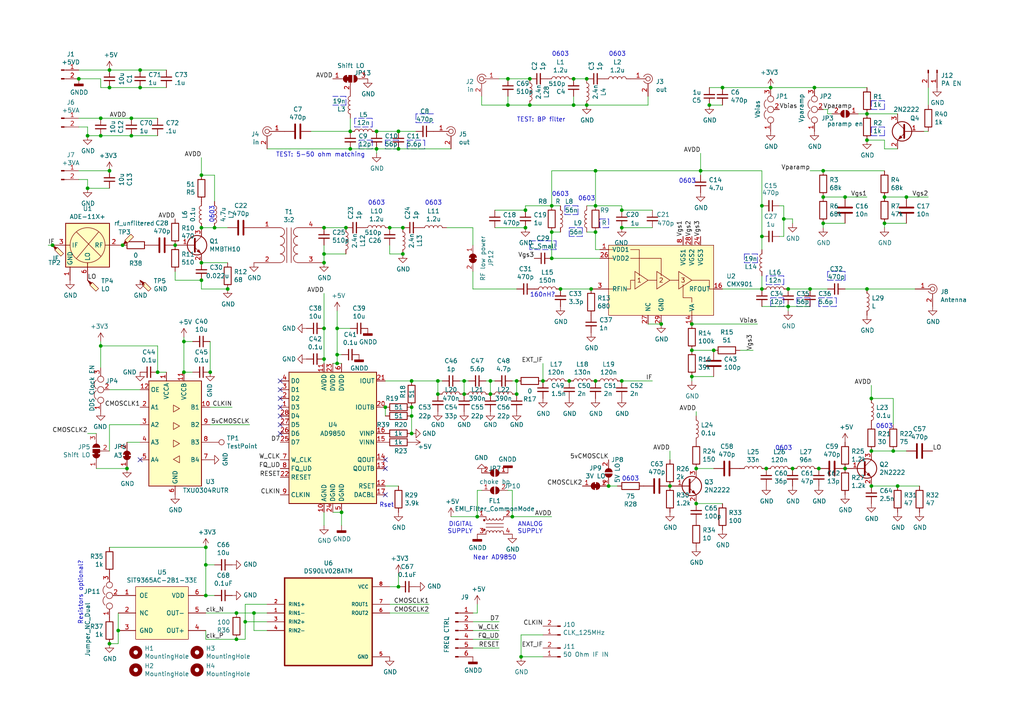
<source format=kicad_sch>
(kicad_sch (version 20211123) (generator eeschema)
  (paper "A4")
  (title_block (title "Arduino DDS 144.390MHz APRS Transmitter") (date "2021-11-22") (rev "1") (company "Joseph R. Freeston") (comment 1 "Remote APRS Weather Station PBL"))
  (junction (at 152.4 60.96))
  (junction (at 60.96 107.95))
  (junction (at 238.76 49.53))
  (junction (at 59.69 163.83))
  (junction (at 170.18 30.48))
  (junction (at 127 110.49))
  (junction (at 251.46 33.02))
  (junction (at 220.98 68.58))
  (junction (at 35.56 71.12))
  (junction (at 31.75 186.69))
  (junction (at 191.77 93.98))
  (junction (at 252.73 140.97))
  (junction (at 245.11 135.89))
  (junction (at 203.2 49.53))
  (junction (at 58.42 76.2))
  (junction (at 180.34 110.49))
  (junction (at 201.93 146.05))
  (junction (at 256.54 57.15))
  (junction (at 227.33 63.5))
  (junction (at 113.03 66.04))
  (junction (at 97.79 95.25))
  (junction (at 101.6 43.18))
  (junction (at 166.37 22.86))
  (junction (at 71.12 180.34))
  (junction (at 25.4 39.37))
  (junction (at 127 114.3))
  (junction (at 36.83 135.89))
  (junction (at 29.21 100.33))
  (junction (at 101.6 38.1))
  (junction (at 153.67 22.86))
  (junction (at 58.42 66.04))
  (junction (at 53.34 107.95))
  (junction (at 205.74 30.48))
  (junction (at 149.86 114.3))
  (junction (at 31.75 49.53))
  (junction (at 29.21 39.37))
  (junction (at 99.06 148.59))
  (junction (at 245.11 57.15))
  (junction (at 58.42 81.28))
  (junction (at 222.25 135.89))
  (junction (at 256.54 64.77))
  (junction (at 119.38 125.73))
  (junction (at 134.62 110.49))
  (junction (at 109.22 38.1))
  (junction (at 115.57 38.1))
  (junction (at 66.04 83.82))
  (junction (at 109.22 43.18))
  (junction (at 116.84 66.04))
  (junction (at 119.38 110.49))
  (junction (at 31.75 20.32))
  (junction (at 93.98 73.66))
  (junction (at 180.34 66.04))
  (junction (at 160.02 67.31))
  (junction (at 97.79 105.41))
  (junction (at 119.38 120.65))
  (junction (at 220.98 83.82))
  (junction (at 165.1 110.49))
  (junction (at 172.72 67.31))
  (junction (at 97.79 102.87))
  (junction (at 29.21 34.29))
  (junction (at 228.6 83.82))
  (junction (at 157.48 110.49))
  (junction (at 93.98 66.04))
  (junction (at 262.89 57.15))
  (junction (at 229.87 135.89))
  (junction (at 160.02 59.69))
  (junction (at 62.23 66.04))
  (junction (at 200.66 109.22))
  (junction (at 251.46 83.82))
  (junction (at 93.98 95.25))
  (junction (at 149.86 110.49))
  (junction (at 68.58 177.8))
  (junction (at 138.43 149.86))
  (junction (at 58.42 50.8))
  (junction (at 207.01 101.6))
  (junction (at 25.4 54.61))
  (junction (at 22.86 22.86))
  (junction (at 151.13 190.5))
  (junction (at 116.84 73.66))
  (junction (at 59.69 172.72))
  (junction (at 172.72 49.53))
  (junction (at 194.31 140.97))
  (junction (at 134.62 114.3))
  (junction (at 166.37 30.48))
  (junction (at 115.57 43.18))
  (junction (at 93.98 104.14))
  (junction (at 180.34 60.96))
  (junction (at 68.58 185.42))
  (junction (at 170.18 22.86))
  (junction (at 34.29 182.88))
  (junction (at 142.24 110.49))
  (junction (at 228.6 88.9))
  (junction (at 259.08 130.81))
  (junction (at 172.72 59.69))
  (junction (at 162.56 83.82))
  (junction (at 237.49 135.89))
  (junction (at 238.76 64.77))
  (junction (at 53.34 99.06))
  (junction (at 50.8 71.12))
  (junction (at 238.76 57.15))
  (junction (at 100.33 66.04))
  (junction (at 147.32 30.48))
  (junction (at 73.66 177.8))
  (junction (at 148.59 149.86))
  (junction (at 234.95 83.82))
  (junction (at 40.64 25.4))
  (junction (at 260.35 140.97))
  (junction (at 59.69 158.75))
  (junction (at 111.76 118.11))
  (junction (at 152.4 66.04))
  (junction (at 38.1 39.37))
  (junction (at 38.1 34.29))
  (junction (at 252.73 130.81))
  (junction (at 119.38 118.11))
  (junction (at 40.64 20.32))
  (junction (at 15.24 71.12))
  (junction (at 171.45 83.82))
  (junction (at 251.46 40.64))
  (junction (at 115.57 170.18))
  (junction (at 172.72 110.49))
  (junction (at 200.66 93.98))
  (junction (at 200.66 101.6))
  (junction (at 223.52 25.4))
  (junction (at 160.02 74.93))
  (junction (at 201.93 135.89))
  (junction (at 252.73 115.57))
  (junction (at 153.67 30.48))
  (junction (at 45.72 107.95))
  (junction (at 93.98 76.2))
  (junction (at 142.24 114.3))
  (junction (at 209.55 25.4))
  (junction (at 147.32 22.86))
  (junction (at 220.98 59.69))
  (junction (at 236.22 25.4))
  (junction (at 176.53 140.97))
  (junction (at 31.75 25.4))
  (no_connect (at 40.64 133.35))
  (no_connect (at 111.76 133.35))
  (no_connect (at 111.76 143.51))
  (no_connect (at 81.28 120.65))
  (no_connect (at 81.28 115.57))
  (no_connect (at -54.61 146.05))
  (no_connect (at 81.28 123.19))
  (no_connect (at 111.76 135.89))
  (no_connect (at 81.28 113.03))
  (no_connect (at 81.28 118.11))
  (no_connect (at 81.28 125.73))
  (no_connect (at 81.28 110.49))
  (wire (pts (xy 228.6 88.9) (xy 234.95 88.9)))
  (wire (pts (xy 59.69 158.75) (xy 59.69 163.83)))
  (wire (pts (xy 36.83 128.27) (xy 40.64 128.27)))
  (wire (pts (xy 58.42 83.82) (xy 58.42 81.28)))
  (wire (pts (xy 172.72 67.31) (xy 172.72 72.39)))
  (wire (pts (xy 25.4 52.07) (xy 22.86 52.07)))
  (polyline (pts (xy 120.65 33.02) (xy 120.65 35.56)))
  (wire (pts (xy 227.33 63.5) (xy 227.33 59.69)))
  (wire (pts (xy 58.42 45.72) (xy 58.42 50.8)))
  (polyline (pts (xy 173.99 66.04) (xy 173.99 63.5)))
  (wire (pts (xy 101.6 34.29) (xy 101.6 38.1)))
  (polyline (pts (xy 161.29 72.39) (xy 153.67 72.39)))
  (wire (pts (xy 29.21 99.06) (xy 29.21 100.33)))
  (wire (pts (xy 153.67 30.48) (xy 166.37 30.48)))
  (wire (pts (xy 25.4 39.37) (xy 25.4 36.83)))
  (wire (pts (xy 251.46 25.4) (xy 236.22 25.4)))
  (wire (pts (xy 234.95 83.82) (xy 228.6 83.82)))
  (wire (pts (xy 138.43 177.8) (xy 137.16 177.8)))
  (wire (pts (xy 101.6 38.1) (xy 90.17 38.1)))
  (wire (pts (xy 67.31 118.11) (xy 60.96 118.11)))
  (wire (pts (xy 251.46 83.82) (xy 245.11 83.82)))
  (wire (pts (xy 240.03 83.82) (xy 234.95 83.82)))
  (wire (pts (xy 31.75 186.69) (xy 34.29 186.69)))
  (wire (pts (xy 93.98 95.25) (xy 93.98 104.14)))
  (wire (pts (xy 115.57 140.97) (xy 111.76 140.97)))
  (wire (pts (xy 194.31 130.81) (xy 194.31 133.35)))
  (polyline (pts (xy 118.11 40.64) (xy 123.19 40.64)))
  (polyline (pts (xy 100.33 30.48) (xy 100.33 27.94)))
  (wire (pts (xy 100.33 66.04) (xy 93.98 66.04)))
  (wire (pts (xy 227.33 68.58) (xy 227.33 63.5)))
  (polyline (pts (xy 256.54 29.21) (xy 252.73 29.21)))
  (polyline (pts (xy 161.29 69.85) (xy 161.29 72.39)))
  (wire (pts (xy 147.32 27.94) (xy 147.32 30.48)))
  (wire (pts (xy 31.75 158.75) (xy 59.69 158.75)))
  (wire (pts (xy 113.03 170.18) (xy 115.57 170.18)))
  (wire (pts (xy 203.2 44.45) (xy 203.2 49.53)))
  (wire (pts (xy 59.69 163.83) (xy 59.69 172.72)))
  (wire (pts (xy 170.18 59.69) (xy 172.72 59.69)))
  (wire (pts (xy 99.06 102.87) (xy 97.79 102.87)))
  (polyline (pts (xy 125.73 33.02) (xy 120.65 33.02)))
  (polyline (pts (xy 231.14 86.36) (xy 231.14 88.9)))
  (wire (pts (xy 29.21 25.4) (xy 31.75 25.4)))
  (polyline (pts (xy 242.57 88.9) (xy 237.49 88.9)))
  (wire (pts (xy 234.95 49.53) (xy 238.76 49.53)))
  (polyline (pts (xy 234.95 88.9) (xy 234.95 86.36)))
  (wire (pts (xy 226.06 68.58) (xy 227.33 68.58)))
  (wire (pts (xy 55.88 99.06) (xy 53.34 99.06)))
  (wire (pts (xy 116.84 66.04) (xy 113.03 66.04)))
  (wire (pts (xy 151.13 190.5) (xy 157.48 190.5)))
  (polyline (pts (xy 168.91 68.58) (xy 165.1 68.58)))
  (wire (pts (xy 256.54 43.18) (xy 256.54 40.64)))
  (polyline (pts (xy 222.25 82.55) (xy 227.33 82.55)))
  (wire (pts (xy 170.18 22.86) (xy 166.37 22.86)))
  (polyline (pts (xy 252.73 36.83) (xy 252.73 39.37)))
  (wire (pts (xy 201.93 119.38) (xy 201.93 120.65)))
  (wire (pts (xy 143.51 66.04) (xy 152.4 66.04)))
  (wire (pts (xy 160.02 149.86) (xy 148.59 149.86)))
  (wire (pts (xy 129.54 66.04) (xy 137.16 66.04)))
  (polyline (pts (xy 256.54 36.83) (xy 252.73 36.83)))
  (wire (pts (xy 25.4 125.73) (xy 27.94 125.73)))
  (wire (pts (xy 245.11 57.15) (xy 238.76 57.15)))
  (wire (pts (xy 152.4 60.96) (xy 152.4 59.69)))
  (wire (pts (xy 38.1 39.37) (xy 29.21 39.37)))
  (polyline (pts (xy 242.57 86.36) (xy 242.57 88.9)))
  (wire (pts (xy 34.29 177.8) (xy 34.29 182.88)))
  (wire (pts (xy 209.55 30.48) (xy 205.74 30.48)))
  (wire (pts (xy 119.38 110.49) (xy 127 110.49)))
  (wire (pts (xy 240.03 31.75) (xy 238.76 31.75)))
  (wire (pts (xy 143.51 60.96) (xy 152.4 60.96)))
  (wire (pts (xy 71.12 180.34) (xy 77.47 180.34)))
  (wire (pts (xy 166.37 30.48) (xy 166.37 27.94)))
  (wire (pts (xy 138.43 142.24) (xy 138.43 149.86)))
  (wire (pts (xy 162.56 83.82) (xy 171.45 83.82)))
  (wire (pts (xy 109.22 43.18) (xy 101.6 43.18)))
  (polyline (pts (xy 123.19 43.18) (xy 118.11 43.18)))
  (wire (pts (xy 223.52 25.4) (xy 236.22 25.4)))
  (wire (pts (xy 99.06 148.59) (xy 96.52 148.59)))
  (wire (pts (xy 62.23 163.83) (xy 59.69 163.83)))
  (wire (pts (xy 66.04 76.2) (xy 58.42 76.2)))
  (polyline (pts (xy 237.49 86.36) (xy 242.57 86.36)))
  (polyline (pts (xy 227.33 86.36) (xy 227.33 88.9)))
  (polyline (pts (xy 227.33 88.9) (xy 223.52 88.9)))
  (polyline (pts (xy 223.52 88.9) (xy 223.52 86.36)))
  (wire (pts (xy 59.69 177.8) (xy 68.58 177.8)))
  (wire (pts (xy 149.86 114.3) (xy 149.86 110.49)))
  (polyline (pts (xy 237.49 88.9) (xy 237.49 86.36)))
  (wire (pts (xy 130.81 149.86) (xy 138.43 149.86)))
  (wire (pts (xy 62.23 58.42) (xy 62.23 50.8)))
  (wire (pts (xy 93.98 73.66) (xy 93.98 76.2)))
  (wire (pts (xy 189.23 66.04) (xy 180.34 66.04)))
  (wire (pts (xy 128.27 110.49) (xy 127 110.49)))
  (wire (pts (xy 31.75 130.81) (xy 31.75 123.19)))
  (polyline (pts (xy 107.95 43.18) (xy 104.14 43.18)))
  (polyline (pts (xy 115.57 40.64) (xy 111.76 40.64)))
  (wire (pts (xy 269.24 30.48) (xy 269.24 25.4)))
  (wire (pts (xy 115.57 43.18) (xy 130.81 43.18)))
  (wire (pts (xy 220.98 68.58) (xy 220.98 59.69)))
  (wire (pts (xy 160.02 59.69) (xy 160.02 49.53)))
  (polyline (pts (xy 215.9 73.66) (xy 215.9 76.2)))
  (polyline (pts (xy 252.73 39.37) (xy 256.54 39.37)))
  (polyline (pts (xy 240.03 81.28) (xy 245.11 81.28)))
  (wire (pts (xy 180.34 110.49) (xy 189.23 110.49)))
  (wire (pts (xy 262.89 130.81) (xy 259.08 130.81)))
  (wire (pts (xy 160.02 74.93) (xy 173.99 74.93)))
  (wire (pts (xy 147.32 30.48) (xy 153.67 30.48)))
  (wire (pts (xy 228.6 90.17) (xy 228.6 88.9)))
  (wire (pts (xy 120.65 38.1) (xy 115.57 38.1)))
  (wire (pts (xy 187.96 30.48) (xy 187.96 27.94)))
  (wire (pts (xy 59.69 185.42) (xy 59.69 182.88)))
  (wire (pts (xy 45.72 100.33) (xy 45.72 107.95)))
  (wire (pts (xy 252.73 130.81) (xy 259.08 130.81)))
  (wire (pts (xy 260.35 33.02) (xy 251.46 33.02)))
  (polyline (pts (xy 100.33 27.94) (xy 96.52 27.94)))
  (wire (pts (xy 220.98 72.39) (xy 220.98 68.58)))
  (wire (pts (xy 240.03 33.02) (xy 240.03 31.75)))
  (wire (pts (xy 238.76 49.53) (xy 256.54 49.53)))
  (wire (pts (xy 219.71 93.98) (xy 200.66 93.98)))
  (wire (pts (xy 262.89 57.15) (xy 256.54 57.15)))
  (wire (pts (xy 48.26 25.4) (xy 40.64 25.4)))
  (polyline (pts (xy 167.64 62.23) (xy 167.64 59.69)))
  (polyline (pts (xy 104.14 40.64) (xy 107.95 40.64)))
  (wire (pts (xy 93.98 148.59) (xy 93.98 152.4)))
  (wire (pts (xy 31.75 25.4) (xy 40.64 25.4)))
  (wire (pts (xy 31.75 49.53) (xy 22.86 49.53)))
  (wire (pts (xy 29.21 34.29) (xy 38.1 34.29)))
  (wire (pts (xy 149.86 110.49) (xy 148.59 110.49)))
  (wire (pts (xy 38.1 34.29) (xy 45.72 34.29)))
  (polyline (pts (xy 176.53 66.04) (xy 173.99 66.04)))
  (wire (pts (xy 29.21 100.33) (xy 29.21 106.68)))
  (wire (pts (xy 137.16 78.74) (xy 137.16 83.82)))
  (wire (pts (xy 172.72 49.53) (xy 203.2 49.53)))
  (wire (pts (xy 151.13 184.15) (xy 157.48 184.15)))
  (polyline (pts (xy 231.14 88.9) (xy 234.95 88.9)))
  (wire (pts (xy 229.87 63.5) (xy 227.33 63.5)))
  (wire (pts (xy 111.76 120.65) (xy 111.76 118.11)))
  (wire (pts (xy 203.2 49.53) (xy 220.98 49.53)))
  (wire (pts (xy 180.34 59.69) (xy 172.72 59.69)))
  (polyline (pts (xy 111.76 43.18) (xy 115.57 43.18)))
  (wire (pts (xy 113.03 175.26) (xy 124.46 175.26)))
  (wire (pts (xy 262.89 57.15) (xy 269.24 57.15)))
  (wire (pts (xy 252.73 111.76) (xy 252.73 115.57)))
  (wire (pts (xy 172.72 72.39) (xy 173.99 72.39)))
  (wire (pts (xy 200.66 110.49) (xy 200.66 109.22)))
  (wire (pts (xy 170.18 67.31) (xy 172.72 67.31)))
  (polyline (pts (xy 163.83 62.23) (xy 167.64 62.23)))
  (wire (pts (xy 134.62 110.49) (xy 133.35 110.49)))
  (polyline (pts (xy 102.87 36.83) (xy 107.95 36.83)))
  (polyline (pts (xy 227.33 80.01) (xy 222.25 80.01)))
  (wire (pts (xy 13.97 71.12) (xy 15.24 71.12)))
  (wire (pts (xy 265.43 83.82) (xy 251.46 83.82)))
  (wire (pts (xy 116.84 73.66) (xy 113.03 73.66)))
  (wire (pts (xy 147.32 22.86) (xy 144.78 22.86)))
  (wire (pts (xy 229.87 64.77) (xy 229.87 63.5)))
  (wire (pts (xy 189.23 60.96) (xy 180.34 60.96)))
  (wire (pts (xy 266.7 140.97) (xy 260.35 140.97)))
  (wire (pts (xy 134.62 114.3) (xy 134.62 110.49)))
  (wire (pts (xy 31.75 123.19) (xy 40.64 123.19)))
  (polyline (pts (xy 222.25 80.01) (xy 222.25 82.55)))
  (wire (pts (xy 73.66 182.88) (xy 77.47 182.88)))
  (polyline (pts (xy 123.19 40.64) (xy 123.19 43.18)))
  (wire (pts (xy 31.75 113.03) (xy 40.64 113.03)))
  (wire (pts (xy 72.39 123.19) (xy 60.96 123.19)))
  (wire (pts (xy 62.23 50.8) (xy 58.42 50.8)))
  (polyline (pts (xy 107.95 40.64) (xy 107.95 43.18)))
  (wire (pts (xy 127 110.49) (xy 127 114.3)))
  (wire (pts (xy 214.63 101.6) (xy 218.44 101.6)))
  (wire (pts (xy 135.89 110.49) (xy 134.62 110.49)))
  (wire (pts (xy 269.24 38.1) (xy 267.97 38.1)))
  (wire (pts (xy 227.33 59.69) (xy 226.06 59.69)))
  (wire (pts (xy 207.01 101.6) (xy 200.66 101.6)))
  (wire (pts (xy 166.37 30.48) (xy 170.18 30.48)))
  (wire (pts (xy 96.52 105.41) (xy 97.79 105.41)))
  (wire (pts (xy 119.38 110.49) (xy 111.76 110.49)))
  (wire (pts (xy 71.12 180.34) (xy 71.12 175.26)))
  (wire (pts (xy 113.03 73.66) (xy 113.03 71.12)))
  (wire (pts (xy 68.58 177.8) (xy 73.66 177.8)))
  (wire (pts (xy 115.57 38.1) (xy 109.22 38.1)))
  (wire (pts (xy 29.21 100.33) (xy 45.72 100.33)))
  (wire (pts (xy 147.32 142.24) (xy 148.59 142.24)))
  (polyline (pts (xy 252.73 31.75) (xy 256.54 31.75)))
  (wire (pts (xy 93.98 71.12) (xy 93.98 73.66)))
  (wire (pts (xy 220.98 49.53) (xy 220.98 59.69)))
  (wire (pts (xy 53.34 107.95) (xy 55.88 107.95)))
  (wire (pts (xy 119.38 118.11) (xy 119.38 120.65)))
  (polyline (pts (xy 96.52 30.48) (xy 100.33 30.48)))
  (wire (pts (xy 259.08 115.57) (xy 252.73 115.57)))
  (polyline (pts (xy 165.1 68.58) (xy 165.1 66.04)))
  (polyline (pts (xy 219.71 73.66) (xy 215.9 73.66)))
  (wire (pts (xy 71.12 180.34) (xy 71.12 185.42)))
  (wire (pts (xy 200.66 109.22) (xy 207.01 109.22)))
  (polyline (pts (xy 163.83 59.69) (xy 163.83 62.23)))
  (polyline (pts (xy 153.67 69.85) (xy 161.29 69.85)))
  (wire (pts (xy 248.92 33.02) (xy 251.46 33.02)))
  (polyline (pts (xy 168.91 66.04) (xy 168.91 68.58)))
  (wire (pts (xy 138.43 175.26) (xy 138.43 177.8)))
  (polyline (pts (xy 176.53 63.5) (xy 176.53 66.04)))
  (polyline (pts (xy 102.87 34.29) (xy 102.87 36.83)))
  (wire (pts (xy 60.96 99.06) (xy 60.96 107.95)))
  (wire (pts (xy 29.21 25.4) (xy 29.21 22.86)))
  (wire (pts (xy 203.2 50.8) (xy 203.2 49.53)))
  (wire (pts (xy 97.79 105.41) (xy 99.06 105.41)))
  (wire (pts (xy 228.6 88.9) (xy 220.98 88.9)))
  (wire (pts (xy 53.34 99.06) (xy 53.34 97.79)))
  (wire (pts (xy 68.58 185.42) (xy 71.12 185.42)))
  (wire (pts (xy 100.33 73.66) (xy 93.98 73.66)))
  (wire (pts (xy 66.04 66.04) (xy 62.23 66.04)))
  (wire (pts (xy 207.01 135.89) (xy 201.93 135.89)))
  (wire (pts (xy 137.16 83.82) (xy 149.86 83.82)))
  (wire (pts (xy 59.69 172.72) (xy 62.23 172.72)))
  (wire (pts (xy 260.35 140.97) (xy 252.73 140.97)))
  (wire (pts (xy 50.8 81.28) (xy 50.8 78.74)))
  (polyline (pts (xy 120.65 35.56) (xy 125.73 35.56)))
  (wire (pts (xy 260.35 43.18) (xy 256.54 43.18)))
  (wire (pts (xy 245.11 57.15) (xy 251.46 57.15)))
  (wire (pts (xy 201.93 146.05) (xy 209.55 146.05)))
  (wire (pts (xy 58.42 81.28) (xy 50.8 81.28)))
  (wire (pts (xy 187.96 93.98) (xy 191.77 93.98)))
  (wire (pts (xy 160.02 49.53) (xy 172.72 49.53)))
  (polyline (pts (xy 240.03 78.74) (xy 240.03 81.28)))
  (wire (pts (xy 139.7 30.48) (xy 139.7 27.94)))
  (wire (pts (xy 38.1 39.37) (xy 45.72 39.37)))
  (polyline (pts (xy 234.95 86.36) (xy 231.14 86.36)))
  (wire (pts (xy 220.98 80.01) (xy 220.98 83.82)))
  (wire (pts (xy 162.56 59.69) (xy 160.02 59.69)))
  (wire (pts (xy 97.79 102.87) (xy 97.79 105.41)))
  (polyline (pts (xy 111.76 40.64) (xy 111.76 43.18)))
  (wire (pts (xy 27.94 135.89) (xy 36.83 135.89)))
  (wire (pts (xy 148.59 142.24) (xy 148.59 149.86)))
  (wire (pts (xy 99.06 148.59) (xy 99.06 152.4)))
  (wire (pts (xy 29.21 22.86) (xy 22.86 22.86)))
  (wire (pts (xy 256.54 40.64) (xy 251.46 40.64)))
  (polyline (pts (xy 107.95 36.83) (xy 107.95 34.29)))
  (wire (pts (xy 124.46 177.8) (xy 113.03 177.8)))
  (wire (pts (xy 58.42 66.04) (xy 62.23 66.04)))
  (wire (pts (xy 71.12 175.26) (xy 77.47 175.26)))
  (wire (pts (xy 157.48 105.41) (xy 157.48 110.49)))
  (wire (pts (xy 152.4 59.69) (xy 160.02 59.69)))
  (wire (pts (xy 144.78 180.34) (xy 137.16 180.34)))
  (wire (pts (xy 66.04 83.82) (xy 58.42 83.82)))
  (wire (pts (xy 137.16 185.42) (xy 144.78 185.42)))
  (wire (pts (xy 259.08 123.19) (xy 259.08 115.57)))
  (wire (pts (xy 97.79 90.17) (xy 97.79 95.25)))
  (wire (pts (xy 209.55 25.4) (xy 223.52 25.4)))
  (wire (pts (xy 238.76 66.04) (xy 238.76 64.77)))
  (polyline (pts (xy 107.95 34.29) (xy 102.87 34.29)))
  (wire (pts (xy 93.98 104.14) (xy 93.98 105.41)))
  (polyline (pts (xy 167.64 59.69) (xy 163.83 59.69)))
  (wire (pts (xy 209.55 25.4) (xy 205.74 25.4)))
  (wire (pts (xy 142.24 110.49) (xy 140.97 110.49)))
  (polyline (pts (xy 252.73 29.21) (xy 252.73 31.75)))
  (wire (pts (xy 101.6 95.25) (xy 97.79 95.25)))
  (wire (pts (xy 144.78 182.88) (xy 137.16 182.88)))
  (polyline (pts (xy 223.52 86.36) (xy 227.33 86.36)))
  (polyline (pts (xy 153.67 72.39) (xy 153.67 69.85)))
  (wire (pts (xy 31.75 54.61) (xy 25.4 54.61)))
  (wire (pts (xy 220.98 83.82) (xy 209.55 83.82)))
  (polyline (pts (xy 219.71 76.2) (xy 219.71 73.66)))
  (wire (pts (xy 48.26 107.95) (xy 45.72 107.95)))
  (wire (pts (xy 25.4 54.61) (xy 25.4 52.07)))
  (polyline (pts (xy 245.11 78.74) (xy 240.03 78.74)))
  (wire (pts (xy 256.54 66.04) (xy 256.54 64.77)))
  (wire (pts (xy 119.38 120.65) (xy 119.38 125.73)))
  (wire (pts (xy 238.76 64.77) (xy 245.11 64.77)))
  (wire (pts (xy 137.16 71.12) (xy 137.16 66.04)))
  (polyline (pts (xy 256.54 31.75) (xy 256.54 29.21)))
  (wire (pts (xy 109.22 43.18) (xy 115.57 43.18)))
  (polyline (pts (xy 227.33 82.55) (xy 227.33 80.01)))
  (wire (pts (xy 25.4 36.83) (xy 22.86 36.83)))
  (polyline (pts (xy 115.57 43.18) (xy 115.57 40.64)))
  (wire (pts (xy 109.22 44.45) (xy 109.22 43.18)))
  (wire (pts (xy 160.02 67.31) (xy 160.02 74.93)))
  (wire (pts (xy 48.26 20.32) (xy 40.64 20.32)))
  (wire (pts (xy 147.32 22.86) (xy 153.67 22.86)))
  (wire (pts (xy 59.69 185.42) (xy 68.58 185.42)))
  (wire (pts (xy 53.34 99.06) (xy 53.34 107.95)))
  (wire (pts (xy 93.98 85.09) (xy 93.98 95.25)))
  (wire (pts (xy 139.7 30.48) (xy 147.32 30.48)))
  (wire (pts (xy 142.24 114.3) (xy 142.24 110.49)))
  (wire (pts (xy 31.75 20.32) (xy 22.86 20.32)))
  (wire (pts (xy 151.13 190.5) (xy 151.13 184.15)))
  (polyline (pts (xy 165.1 66.04) (xy 168.91 66.04)))
  (wire (pts (xy 180.34 60.96) (xy 180.34 59.69)))
  (wire (pts (xy 172.72 49.53) (xy 172.72 59.69)))
  (wire (pts (xy 256.54 64.77) (xy 262.89 64.77)))
  (polyline (pts (xy 215.9 76.2) (xy 219.71 76.2)))
  (wire (pts (xy 73.66 177.8) (xy 73.66 182.88)))
  (wire (pts (xy 176.53 140.97) (xy 179.07 140.97)))
  (polyline (pts (xy 173.99 63.5) (xy 176.53 63.5)))
  (wire (pts (xy 241.3 33.02) (xy 240.03 33.02)))
  (wire (pts (xy 162.56 67.31) (xy 160.02 67.31)))
  (wire (pts (xy 29.21 39.37) (xy 25.4 39.37)))
  (wire (pts (xy 139.7 142.24) (xy 138.43 142.24)))
  (wire (pts (xy 29.21 34.29) (xy 22.86 34.29)))
  (wire (pts (xy 170.18 30.48) (xy 187.96 30.48)))
  (wire (pts (xy 115.57 170.18) (xy 115.57 166.37)))
  (wire (pts (xy 143.51 110.49) (xy 142.24 110.49)))
  (polyline (pts (xy 245.11 81.28) (xy 245.11 78.74)))
  (polyline (pts (xy 118.11 43.18) (xy 118.11 40.64)))
  (wire (pts (xy 40.64 20.32) (xy 31.75 20.32)))
  (wire (pts (xy 77.47 43.18) (xy 101.6 43.18)))
  (wire (pts (xy 144.78 187.96) (xy 137.16 187.96)))
  (wire (pts (xy 97.79 95.25) (xy 97.79 102.87)))
  (wire (pts (xy 34.29 182.88) (xy 34.29 186.69)))
  (polyline (pts (xy 256.54 39.37) (xy 256.54 36.83)))
  (polyline (pts (xy 104.14 43.18) (xy 104.14 40.64)))
  (wire (pts (xy 73.66 177.8) (xy 77.47 177.8)))
  (text "0603\n" (at 167.64 58.42 0) (effects (font (size 1.27 1.27)) (justify left bottom)))
  (text "0603\n" (at 254 124.46 0) (effects (font (size 1.27 1.27)) (justify left bottom)))
  (text "0603\n" (at 160.02 57.15 0) (effects (font (size 1.27 1.27)) (justify left bottom)))
  (text "TEST: 5-50 ohm matching\n" (at 80.01 45.72 0) (effects (font (size 1.27 1.27)) (justify left bottom)))
  (text "Near AD9850\n" (at 149.86 162.56 180) (effects (font (size 1.27 1.27)) (justify right bottom)))
  (text "0603\n" (at 224.79 130.81 0) (effects (font (size 1.27 1.27)) (justify left bottom)))
  (text "DIGITAL\nSUPPLY" (at 137.16 154.94 180) (effects (font (size 1.27 1.27)) (justify right bottom)))
  (text "0603\n" (at 106.68 59.69 0) (effects (font (size 1.27 1.27)) (justify left bottom)))
  (text "Rset\n" (at 114.3 147.32 180) (effects (font (size 1.27 1.27)) (justify right bottom)))
  (text "0603\n" (at 62.23 64.77 90) (effects (font (size 1.27 1.27)) (justify left bottom)))
  (text "0603" (at 180.34 139.7 0) (effects (font (size 1.27 1.27)) (justify left bottom)))
  (text "TEST: BP filter\n" (at 149.86 35.56 0) (effects (font (size 1.27 1.27)) (justify left bottom)))
  (text "ANALOG\n SUPPLY" (at 157.48 154.94 180) (effects (font (size 1.27 1.27)) (justify right bottom)))
  (text "0603\n" (at 160.02 16.51 0) (effects (font (size 1.27 1.27)) (justify left bottom)))
  (text "0603\n" (at 123.19 59.69 0) (effects (font (size 1.27 1.27)) (justify left bottom)))
  (text "160nH?\n" (at 153.67 86.36 0) (effects (font (size 1.27 1.27)) (justify left bottom)))
  (text "0603\n" (at 176.53 16.51 0) (effects (font (size 1.27 1.27)) (justify left bottom)))
  (text "Resistors optional?\n" (at 24.13 162.56 270) (effects (font (size 1.27 1.27)) (justify right bottom)))
  (text "0603\n" (at 196.85 53.34 0) (effects (font (size 1.27 1.27)) (justify left bottom)))
  (label "CMOSCLK2" (at 168.91 140.97 180))
  (label "LO" (at 270.51 130.81 0))
  (label "5vCMOSCLK" (at 176.53 133.35 180))
  (label "clk_P" (at 59.69 185.42 0))
  (label "CMOSCLK2" (at 25.4 125.73 180))
  (label "CLKIN" (at 157.48 181.61 180))
  (label "AVDD" (at 58.42 45.72 180))
  (label "clk_N" (at 59.69 177.8 0))
  (label "RESET" (at 144.78 187.96 180))
  (label "RESET" (at 81.28 138.43 180))
  (label "CLKIN" (at 81.28 143.51 180))
  (label "CMOSCLK2" (at 124.46 177.8 180))
  (label "CMOSCLK1" (at 124.46 175.26 180))
  (label "AVDD" (at 50.8 63.5 180))
  (label "CLKIN" (at 67.31 118.11 180))
  (label "Vgs3" (at 203.2 68.58 90))
  (label "AVDD" (at 96.52 22.86 180))
  (label "IF" (at 189.23 110.49 180))
  (label "IF" (at 13.97 71.12 0))
  (label "Vgs1" (at 251.46 57.15 180))
  (label "EXT_IF" (at 157.48 187.96 180))
  (label "AVDD" (at 31.75 34.29 0))
  (label "FQ_UD" (at 81.28 135.89 180))
  (label "AVDD" (at 160.02 149.86 180))
  (label "Vbias" (at 226.06 31.75 0))
  (label "Vparamp" (at 238.76 31.75 0))
  (label "Vgs2" (at 200.66 68.58 90))
  (label "AVDD" (at 201.93 119.38 180))
  (label "EXT_IF" (at 157.48 105.41 180))
  (label "AVDD" (at 252.73 111.76 180))
  (label "W_CLK" (at 144.78 182.88 180))
  (label "5vCMOSCLK" (at 72.39 123.19 180))
  (label "LO" (at 25.4 81.28 0))
  (label "FQ_UD" (at 144.78 185.42 180))
  (label "Vgs1" (at 198.12 68.58 90))
  (label "Vbias" (at 219.71 93.98 180))
  (label "Vgs3" (at 154.94 74.93 180))
  (label "AVDD" (at 203.2 44.45 180))
  (label "Vgs3" (at 218.44 101.6 90))
  (label "Vgs2" (at 269.24 57.15 180))
  (label "AVDD" (at 194.31 130.81 180))
  (label "CMOSCLK1" (at 40.64 118.11 180))
  (label "AVDD" (at 93.98 85.09 180))
  (label "W_CLK" (at 81.28 133.35 180))
  (label "Vparamp" (at 234.95 49.53 180))
  (label "D7" (at 81.28 128.27 180))
  (label "D7" (at 144.78 180.34 180))
  (symbol (lib_id "dk_Oscillators:SiT9365AC-2B1-33E") (at 46.99 177.8 0) (unit 1)
    (property "Reference" "U5" (at 46.99 165.989 0))
    (property "Value" "SiT9365AC-2B1-33E" (at 46.99 168.3004 0))
    (property "Footprint" "Home:POD-038-PQFD-006-C03225" (effects hide))
  )
  (symbol (lib_id "DS90LV028ATM:DS90LV028ATM") (at 95.25 180.34 0) (unit 1)
    (property "Reference" "U6" (at 95.25 163.322 0))
    (property "Value" "DS90LV028ATM" (at 95.25 165.6334 0))
    (property "Footprint" "Home:SOIC127P599X175-8N" (effects hide))
  )
  (symbol (lib_id "dk_Logic-Translators-Level-Shifters:TXU0304RUTR") (at 50.8 125.73 0) (unit 1)
    (property "Reference" "U3" (at 60.96 139.7 0))
    (property "Value" "TXU0304RUTR" (at 59.69 142.24 0))
    (property "Footprint" "Package_DFN_QFN:Texas_R_PUQFN-N12" (effects hide))
    (property "Datasheet" "http://www.ti.com/lit/ds/symlink/txu0104.pdf" (effects hide))
  )
  (symbol (lib_id "Device:L") (at 161.29 110.49 90) (unit 1)
    (property "Reference" "L17" (at 161.29 105.664 90))
    (property "Value" "120n" (at 161.29 107.9754 90))
    (property "Footprint" "Inductor_SMD:L_0402_1005Metric" (effects hide))
  )
  (symbol (lib_id "Device:L") (at 168.91 110.49 90) (unit 1)
    (property "Reference" "L18" (at 168.91 105.664 90))
    (property "Value" "130n" (at 168.91 107.9754 90))
    (property "Footprint" "Inductor_SMD:L_0402_1005Metric" (effects hide))
  )
  (symbol (lib_id "Device:L") (at 176.53 110.49 90) (unit 1)
    (property "Reference" "L19" (at 176.53 105.664 90))
    (property "Value" "120n" (at 176.53 107.9754 90))
    (property "Footprint" "Inductor_SMD:L_0402_1005Metric" (effects hide))
  )
  (symbol (lib_id "Device:C_Small") (at 165.1 113.03 0) (unit 1)
    (property "Reference" "C50" (at 167.4368 111.8616 0) (effects (justify left)))
    (property "Value" "2n" (at 167.4368 114.173 0) (effects (justify left)))
    (property "Footprint" "Capacitor_SMD:C_0402_1005Metric" (effects hide))
  )
  (symbol (lib_id "Device:C_Small") (at 172.72 113.03 0) (unit 1)
    (property "Reference" "C51" (at 175.0568 111.8616 0) (effects (justify left)))
    (property "Value" "2n" (at 175.0568 114.173 0) (effects (justify left)))
    (property "Footprint" "Capacitor_SMD:C_0402_1005Metric" (effects hide))
  )
  (symbol (lib_id "Device:C_Small") (at 180.34 113.03 0) (unit 1)
    (property "Reference" "C52" (at 182.6768 111.8616 0) (effects (justify left)))
    (property "Value" "2n" (at 182.6768 114.173 0) (effects (justify left)))
    (property "Footprint" "Capacitor_SMD:C_0402_1005Metric" (effects hide))
  )
  (symbol (lib_id "power:GND") (at 165.1 115.57 0) (unit 1)
    (property "Reference" "#PWR040" (effects hide))
    (property "Value" "GND" (at 165.227 119.9642 0))
  )
  (symbol (lib_id "power:GND") (at 172.72 115.57 0) (unit 1)
    (property "Reference" "#PWR041" (effects hide))
    (property "Value" "GND" (at 172.847 119.9642 0))
  )
  (symbol (lib_id "power:GND") (at 180.34 115.57 0) (unit 1)
    (property "Reference" "#PWR042" (effects hide))
    (property "Value" "GND" (at 180.467 119.9642 0))
  )
  (symbol (lib_id "dk_RF-Demodulators:ADE-11X+") (at 25.4 71.12 0) (unit 1)
    (property "Reference" "U1" (at 25.4 60.5282 0))
    (property "Value" "ADE-11X+" (at 25.4 62.8396 0))
    (property "Footprint" "RF_Mini-Circuits:Mini-Circuits_CD542_LandPatternPL-052" (effects hide))
    (property "Datasheet" "www.minicircuits.com/pdfs/ADE-6.pdf" (effects hide))
  )
  (symbol (lib_id "power:GND") (at 20.32 81.28 0) (unit 1)
    (property "Reference" "#PWR022" (effects hide))
    (property "Value" "GND" (at 20.447 85.6742 0))
  )
  (symbol (lib_id "power:GND") (at 31.75 186.69 0) (unit 1)
    (property "Reference" "#PWR078" (effects hide))
    (property "Value" "GND" (at 31.877 191.0842 0))
  )
  (symbol (lib_id "power:GND") (at 113.03 190.5 0) (unit 1)
    (property "Reference" "#PWR079" (effects hide))
    (property "Value" "GND" (at 113.157 194.8942 0))
  )
  (symbol (lib_id "power:GND") (at 50.8 143.51 0) (unit 1)
    (property "Reference" "#PWR058" (effects hide))
    (property "Value" "GND" (at 50.927 147.9042 0))
  )
  (symbol (lib_id "Device:C") (at 46.99 71.12 270) (unit 1)
    (property "Reference" "C28" (at 46.99 64.7192 90))
    (property "Value" "470p" (at 46.99 67.0306 90))
    (property "Footprint" "Capacitor_SMD:C_0402_1005Metric" (effects hide))
  )
  (symbol (lib_id "Device:R") (at 50.8 67.31 0) (unit 1)
    (property "Reference" "R10" (at 52.578 66.1416 0) (effects (justify left)))
    (property "Value" "470" (at 52.578 68.453 0) (effects (justify left)))
    (property "Footprint" "Resistor_SMD:R_0402_1005Metric" (effects hide))
  )
  (symbol (lib_id "Device:R") (at 50.8 74.93 0) (unit 1)
    (property "Reference" "R11" (at 52.578 73.7616 0) (effects (justify left)))
    (property "Value" "510" (at 52.578 76.073 0) (effects (justify left)))
    (property "Footprint" "Resistor_SMD:R_0402_1005Metric" (effects hide))
  )
  (symbol (lib_id "Device:Q_NPN_BEC") (at 55.88 71.12 0) (unit 1)
    (property "Reference" "Q1" (at 60.706 69.9516 0) (effects (justify left)))
    (property "Value" "MMBTH10" (at 60.706 72.263 0) (effects (justify left)))
    (property "Footprint" "Package_TO_SOT_SMD:SOT-23" (effects hide))
  )
  (symbol (lib_id "Device:C_Small") (at 58.42 78.74 0) (unit 1)
    (property "Reference" "C30" (at 60.7568 77.5716 0) (effects (justify left)))
    (property "Value" "0.022u" (at 59.69 80.01 0) (effects (justify left)))
    (property "Footprint" "Capacitor_SMD:C_0402_1005Metric" (effects hide))
  )
  (symbol (lib_id "Device:R") (at 66.04 80.01 0) (unit 1)
    (property "Reference" "R12" (at 67.818 78.8416 0) (effects (justify left)))
    (property "Value" "68" (at 67.818 81.153 0) (effects (justify left)))
    (property "Footprint" "Resistor_SMD:R_0402_1005Metric" (effects hide))
  )
  (symbol (lib_id "power:GND") (at 66.04 83.82 0) (unit 1)
    (property "Reference" "#PWR023" (effects hide))
    (property "Value" "GND" (at 66.167 88.2142 0))
  )
  (symbol (lib_id "Device:C") (at 69.85 66.04 270) (unit 1)
    (property "Reference" "C22" (at 69.85 59.6392 90))
    (property "Value" "470p" (at 69.85 61.9506 90))
    (property "Footprint" "Capacitor_SMD:C_0402_1005Metric" (effects hide))
  )
  (symbol (lib_id "Device:C_Small") (at 157.48 113.03 0) (unit 1)
    (property "Reference" "C49" (at 159.8168 111.8616 0) (effects (justify left)))
    (property "Value" "1.5n" (at 159.8168 114.173 0) (effects (justify left)))
    (property "Footprint" "Capacitor_SMD:C_0402_1005Metric" (effects hide))
  )
  (symbol (lib_id "power:GND") (at 157.48 115.57 0) (unit 1)
    (property "Reference" "#PWR039" (effects hide))
    (property "Value" "GND" (at 157.607 119.9642 0))
  )
  (symbol (lib_id "Device:R") (at 58.42 54.61 180) (unit 1)
    (property "Reference" "R5" (at 56.642 55.7784 0) (effects (justify left)))
    (property "Value" "51" (at 56.642 53.467 0) (effects (justify left)))
    (property "Footprint" "Resistor_SMD:R_0402_1005Metric" (effects hide))
  )
  (symbol (lib_id "Device:L") (at 58.42 62.23 180) (unit 1)
    (property "Reference" "L6" (at 53.594 62.23 90))
    (property "Value" "0.1u" (at 55.9054 62.23 90))
    (property "Footprint" "Inductor_SMD:L_0402_1005Metric" (effects hide))
    (property "Datasheet" "0630CS" (effects hide))
  )
  (symbol (lib_id "Device:L") (at 62.23 62.23 0) (unit 1)
    (property "Reference" "L7" (at 67.056 62.23 90))
    (property "Value" "4.7u" (at 64.7446 62.23 90))
    (property "Footprint" "Inductor_SMD:L_0603_1608Metric" (effects hide))
    (property "Datasheet" "0630CS" (effects hide))
  )
  (symbol (lib_id "Device:R") (at 182.88 140.97 270) (mirror x) (unit 1)
    (property "Reference" "R28" (at 182.88 146.2278 90))
    (property "Value" "75" (at 182.88 143.9164 90))
    (property "Footprint" "Resistor_SMD:R_0603_1608Metric" (effects hide))
  )
  (symbol (lib_id "Device:C") (at 190.5 140.97 270) (unit 1)
    (property "Reference" "C63" (at 190.5 134.5692 90))
    (property "Value" "470p" (at 190.5 136.8806 90))
    (property "Footprint" "Capacitor_SMD:C_0402_1005Metric" (effects hide))
  )
  (symbol (lib_id "Device:R") (at 194.31 137.16 0) (unit 1)
    (property "Reference" "R26" (at 196.088 135.9916 0) (effects (justify left)))
    (property "Value" "2k" (at 196.088 138.303 0) (effects (justify left)))
    (property "Footprint" "Resistor_SMD:R_0402_1005Metric" (effects hide))
  )
  (symbol (lib_id "Device:Transformer_1P_1S") (at 83.82 71.12 0) (unit 1)
    (property "Reference" "T1" (at 83.82 61.4426 0))
    (property "Value" "3:2" (at 83.82 63.754 0))
    (property "Footprint" "Transformer_THT:Transformer_Toroid_Horizontal_D9.0mm_Amidon-T30" (effects hide))
  )
  (symbol (lib_id "Device:R") (at 194.31 144.78 0) (unit 1)
    (property "Reference" "R30" (at 196.088 143.6116 0) (effects (justify left)))
    (property "Value" "1.2k" (at 196.088 145.923 0) (effects (justify left)))
    (property "Footprint" "Resistor_SMD:R_0402_1005Metric" (effects hide))
  )
  (symbol (lib_id "power:GND") (at 73.66 76.2 0) (unit 1)
    (property "Reference" "#PWR020" (effects hide))
    (property "Value" "GND" (at 73.787 80.5942 0))
  )
  (symbol (lib_id "Device:Q_NPN_BEC") (at 199.39 140.97 0) (unit 1)
    (property "Reference" "Q3" (at 204.216 139.8016 0) (effects (justify left)))
    (property "Value" "2N2222" (at 204.216 142.113 0) (effects (justify left)))
    (property "Footprint" "Package_TO_SOT_SMD:SOT-23" (effects hide))
  )
  (symbol (lib_id "dk_RF-Amplifiers:CMX901") (at 191.77 81.28 0) (unit 1)
    (property "Reference" "U2" (at 210.6676 80.1116 0) (effects (justify left)))
    (property "Value" "CMX901" (at 210.6676 82.423 0) (effects (justify left)))
    (property "Footprint" "Home:QFN-28_EP_5x5_Pitch0.5mm" (effects hide))
    (property "Datasheet" "CMX901QT8" (effects hide))
  )
  (symbol (lib_id "power:GND") (at 191.77 93.98 0) (unit 1)
    (property "Reference" "#PWR028" (effects hide))
    (property "Value" "GND" (at 191.897 98.3742 0))
  )
  (symbol (lib_id "Device:L") (at 158.75 83.82 90) (unit 1)
    (property "Reference" "L15" (at 158.75 78.994 90))
    (property "Value" "150n" (at 158.75 81.3054 90))
    (property "Footprint" "Inductor_SMD:L_0402_1005Metric" (effects hide))
    (property "Datasheet" "0630CS" (effects hide))
  )
  (symbol (lib_id "Device:C_Small") (at 152.4 83.82 270) (unit 1)
    (property "Reference" "C31" (at 152.4 78.0034 90))
    (property "Value" "470p" (at 152.4 80.3148 90))
    (property "Footprint" "Capacitor_SMD:C_0402_1005Metric" (effects hide))
  )
  (symbol (lib_id "Device:C_Small") (at 162.56 86.36 0) (unit 1)
    (property "Reference" "C33" (at 164.8968 85.1916 0) (effects (justify left)))
    (property "Value" "3.3p" (at 164.8968 87.503 0) (effects (justify left)))
    (property "Footprint" "Capacitor_SMD:C_0402_1005Metric" (effects hide))
  )
  (symbol (lib_id "Device:C_Small") (at 171.45 93.98 0) (unit 1)
    (property "Reference" "C37" (at 173.7868 92.8116 0) (effects (justify left)))
    (property "Value" "1n" (at 173.7868 95.123 0) (effects (justify left)))
    (property "Footprint" "Capacitor_SMD:C_0402_1005Metric" (effects hide))
  )
  (symbol (lib_id "Device:R") (at 171.45 87.63 0) (unit 1)
    (property "Reference" "R13" (at 173.228 86.4616 0) (effects (justify left)))
    (property "Value" "680" (at 173.228 88.773 0) (effects (justify left)))
    (property "Footprint" "Resistor_SMD:R_0402_1005Metric" (effects hide))
  )
  (symbol (lib_id "power:GND") (at 171.45 96.52 0) (unit 1)
    (property "Reference" "#PWR031" (effects hide))
    (property "Value" "GND" (at 171.577 100.9142 0))
  )
  (symbol (lib_id "power:GND") (at 162.56 88.9 0) (unit 1)
    (property "Reference" "#PWR024" (effects hide))
    (property "Value" "GND" (at 162.687 93.2942 0))
  )
  (symbol (lib_id "power:GND") (at 93.98 76.2 0) (unit 1)
    (property "Reference" "#PWR021" (effects hide))
    (property "Value" "GND" (at 94.107 80.5942 0))
  )
  (symbol (lib_id "Device:R") (at 200.66 97.79 0) (unit 1)
    (property "Reference" "R14" (at 202.438 96.6216 0) (effects (justify left)))
    (property "Value" "100k" (at 202.438 98.933 0) (effects (justify left)))
    (property "Footprint" "Resistor_SMD:R_0402_1005Metric" (effects hide))
  )
  (symbol (lib_id "Device:R") (at 200.66 105.41 0) (unit 1)
    (property "Reference" "R16" (at 202.438 104.2416 0) (effects (justify left)))
    (property "Value" "39k" (at 202.438 106.553 0) (effects (justify left)))
    (property "Footprint" "Resistor_SMD:R_0402_1005Metric" (effects hide))
  )
  (symbol (lib_id "Device:C") (at 207.01 105.41 0) (unit 1)
    (property "Reference" "C43" (at 209.931 104.2416 0) (effects (justify left)))
    (property "Value" "100p" (at 209.931 106.553 0) (effects (justify left)))
    (property "Footprint" "Capacitor_SMD:C_0402_1005Metric" (effects hide))
  )
  (symbol (lib_id "Device:R") (at 210.82 101.6 270) (unit 1)
    (property "Reference" "R15" (at 210.82 96.3422 90))
    (property "Value" "51" (at 210.82 98.6536 90))
    (property "Footprint" "Resistor_SMD:R_0402_1005Metric" (effects hide))
  )
  (symbol (lib_id "power:GND") (at 200.66 110.49 0) (unit 1)
    (property "Reference" "#PWR038" (effects hide))
    (property "Value" "GND" (at 200.787 114.8842 0))
  )
  (symbol (lib_id "Device:R") (at 256.54 53.34 0) (unit 1)
    (property "Reference" "R4" (at 258.318 52.1716 0) (effects (justify left)))
    (property "Value" "68k" (at 258.318 54.483 0) (effects (justify left)))
    (property "Footprint" "Resistor_SMD:R_0402_1005Metric" (effects hide))
  )
  (symbol (lib_id "Device:R") (at 256.54 60.96 0) (unit 1)
    (property "Reference" "R7" (at 258.318 59.7916 0) (effects (justify left)))
    (property "Value" "47k" (at 258.318 62.103 0) (effects (justify left)))
    (property "Footprint" "Resistor_SMD:R_0402_1005Metric" (effects hide))
  )
  (symbol (lib_id "Device:C") (at 262.89 60.96 0) (unit 1)
    (property "Reference" "C17" (at 265.811 59.7916 0) (effects (justify left)))
    (property "Value" "10n" (at 265.811 62.103 0) (effects (justify left)))
    (property "Footprint" "Capacitor_SMD:C_0402_1005Metric" (effects hide))
  )
  (symbol (lib_id "power:GND") (at 256.54 66.04 0) (unit 1)
    (property "Reference" "#PWR018" (effects hide))
    (property "Value" "GND" (at 256.667 70.4342 0))
  )
  (symbol (lib_id "Device:R") (at 238.76 53.34 0) (unit 1)
    (property "Reference" "R3" (at 240.538 52.1716 0) (effects (justify left)))
    (property "Value" "68k" (at 240.538 54.483 0) (effects (justify left)))
    (property "Footprint" "Resistor_SMD:R_0402_1005Metric" (effects hide))
  )
  (symbol (lib_id "Device:R") (at 238.76 60.96 0) (unit 1)
    (property "Reference" "R6" (at 240.538 59.7916 0) (effects (justify left)))
    (property "Value" "68k" (at 240.538 62.103 0) (effects (justify left)))
    (property "Footprint" "Resistor_SMD:R_0402_1005Metric" (effects hide))
  )
  (symbol (lib_id "Device:C") (at 245.11 60.96 0) (unit 1)
    (property "Reference" "C16" (at 248.031 59.7916 0) (effects (justify left)))
    (property "Value" "10n" (at 248.031 62.103 0) (effects (justify left)))
    (property "Footprint" "Capacitor_SMD:C_0402_1005Metric" (effects hide))
  )
  (symbol (lib_id "power:GND") (at 238.76 66.04 0) (unit 1)
    (property "Reference" "#PWR017" (effects hide))
    (property "Value" "GND" (at 238.887 70.4342 0))
  )
  (symbol (lib_id "Device:C_Small") (at 93.98 68.58 0) (unit 1)
    (property "Reference" "C25" (at 96.3168 67.4116 0) (effects (justify left)))
    (property "Value" "510p" (at 96.3168 69.723 0) (effects (justify left)))
    (property "Footprint" "Capacitor_SMD:C_0402_1005Metric" (effects hide))
  )
  (symbol (lib_id "Device:L") (at 100.33 69.85 0) (unit 1)
    (property "Reference" "L12" (at 105.156 69.85 90))
    (property "Value" "2.4n" (at 102.8446 69.85 90))
    (property "Footprint" "Inductor_SMD:L_0402_1005Metric" (effects hide))
  )
  (symbol (lib_id "Device:C_Small") (at 102.87 66.04 90) (unit 1)
    (property "Reference" "C23" (at 101.7016 63.7032 0) (effects (justify left)))
    (property "Value" "1p" (at 104.013 63.7032 0) (effects (justify left)))
    (property "Footprint" "Capacitor_SMD:C_0402_1005Metric" (effects hide))
  )
  (symbol (lib_id "Device:L") (at 109.22 66.04 90) (unit 1)
    (property "Reference" "L10" (at 109.22 61.214 90))
    (property "Value" "1.2u" (at 109.22 63.5254 90))
    (property "Footprint" "Inductor_SMD:L_0603_1608Metric" (effects hide))
  )
  (symbol (lib_id "Device:C_Small") (at 113.03 68.58 180) (unit 1)
    (property "Reference" "C26" (at 110.6932 69.7484 0) (effects (justify left)))
    (property "Value" "510p" (at 110.6932 67.437 0) (effects (justify left)))
    (property "Footprint" "Capacitor_SMD:C_0402_1005Metric" (effects hide))
  )
  (symbol (lib_id "Device:L") (at 116.84 69.85 0) (unit 1)
    (property "Reference" "L13" (at 121.666 69.85 90))
    (property "Value" "2.4n" (at 119.3546 69.85 90))
    (property "Footprint" "Inductor_SMD:L_0402_1005Metric" (effects hide))
  )
  (symbol (lib_id "power:GND") (at 116.84 73.66 0) (unit 1)
    (property "Reference" "#PWR019" (effects hide))
    (property "Value" "GND" (at 116.967 78.0542 0))
  )
  (symbol (lib_id "Device:C_Small") (at 220.98 86.36 0) (unit 1)
    (property "Reference" "C34" (at 223.3168 85.1916 0) (effects (justify left)))
    (property "Value" "12p" (at 223.3168 87.503 0) (effects (justify left)))
    (property "Footprint" "Capacitor_SMD:C_0402_1005Metric" (effects hide))
  )
  (symbol (lib_id "Device:L") (at 224.79 83.82 90) (unit 1)
    (property "Reference" "L16" (at 224.79 78.994 90))
    (property "Value" "12n" (at 224.79 81.3054 90))
    (property "Footprint" "Inductor_SMD:L_0402_1005Metric" (effects hide))
  )
  (symbol (lib_id "Device:C_Small") (at 228.6 86.36 0) (unit 1)
    (property "Reference" "C35" (at 230.9368 85.1916 0) (effects (justify left)))
    (property "Value" "56p" (at 230.9368 87.503 0) (effects (justify left)))
    (property "Footprint" "Capacitor_SMD:C_0402_1005Metric" (effects hide))
  )
  (symbol (lib_id "Device:C_Small") (at 234.95 86.36 0) (unit 1)
    (property "Reference" "C36" (at 237.2868 85.1916 0) (effects (justify left)))
    (property "Value" "5.6p" (at 237.2868 87.503 0) (effects (justify left)))
    (property "Footprint" "Capacitor_SMD:C_0402_1005Metric" (effects hide))
  )
  (symbol (lib_id "Device:C_Small") (at 242.57 83.82 270) (unit 1)
    (property "Reference" "C32" (at 242.57 78.0034 90))
    (property "Value" "470p" (at 242.57 80.3148 90))
    (property "Footprint" "Capacitor_SMD:C_0402_1005Metric" (effects hide))
  )
  (symbol (lib_id "power:GND") (at 228.6 90.17 0) (unit 1)
    (property "Reference" "#PWR027" (effects hide))
    (property "Value" "GND" (at 228.727 94.5642 0))
  )
  (symbol (lib_id "Device:L") (at 220.98 76.2 180) (unit 1)
    (property "Reference" "L14" (at 219.6338 77.3684 0) (effects (justify left)))
    (property "Value" "19n" (at 219.6338 75.057 0) (effects (justify left)))
    (property "Footprint" "Inductor_SMD:L_0402_1005Metric" (effects hide))
  )
  (symbol (lib_id "Device:C_Small") (at 223.52 59.69 270) (unit 1)
    (property "Reference" "C15" (at 223.52 53.8734 90))
    (property "Value" "470p" (at 223.52 55.88 90))
    (property "Footprint" "Capacitor_SMD:C_0402_1005Metric" (effects hide))
  )
  (symbol (lib_id "Device:C_Small") (at 223.52 68.58 270) (unit 1)
    (property "Reference" "C27" (at 223.52 62.7634 90))
    (property "Value" "1u" (at 223.52 65.0748 90))
    (property "Footprint" "Capacitor_SMD:C_0402_1005Metric" (effects hide))
  )
  (symbol (lib_id "power:GND") (at 229.87 64.77 0) (unit 1)
    (property "Reference" "#PWR014" (effects hide))
    (property "Value" "GND" (at 229.997 69.1642 0))
  )
  (symbol (lib_id "Device:C_Small") (at 203.2 53.34 180) (unit 1)
    (property "Reference" "C14" (at 205.5368 52.1716 0) (effects (justify right)))
    (property "Value" "4.7u" (at 205.5368 54.483 0) (effects (justify right)))
    (property "Footprint" "Capacitor_SMD:C_0603_1608Metric" (effects hide))
  )
  (symbol (lib_id "power:GND") (at 203.2 55.88 0) (unit 1)
    (property "Reference" "#PWR013" (effects hide))
    (property "Value" "GND" (at 203.327 60.2742 0))
  )
  (symbol (lib_id "Device:C_Small") (at 119.38 66.04 90) (unit 1)
    (property "Reference" "C24" (at 118.2116 63.7032 0) (effects (justify left)))
    (property "Value" "1p" (at 120.523 63.7032 0) (effects (justify left)))
    (property "Footprint" "Capacitor_SMD:C_0402_1005Metric" (effects hide))
  )
  (symbol (lib_id "Device:L") (at 125.73 66.04 90) (unit 1)
    (property "Reference" "L11" (at 125.73 61.214 90))
    (property "Value" "1.2u" (at 125.73 63.5254 90))
    (property "Footprint" "Inductor_SMD:L_0603_1608Metric" (effects hide))
  )
  (symbol (lib_id "Device:L") (at 170.18 63.5 180) (unit 1)
    (property "Reference" "L9" (at 168.8338 64.6684 0) (effects (justify left)))
    (property "Value" "56n" (at 168.91 67.31 0) (effects (justify left)))
    (property "Footprint" "Inductor_SMD:L_0603_1608Metric" (effects hide))
  )
  (symbol (lib_id "Jumper:SolderJumper_2_Open") (at 143.51 142.24 0) (unit 1)
    (property "Reference" "JP10" (at 148.59 140.97 0))
    (property "Value" "choke bp" (at 143.51 139.7 0))
    (property "Footprint" "Jumper:SolderJumper-2_P1.3mm_Open_Pad1.0x1.5mm" (effects hide))
  )
  (symbol (lib_id "Jumper:SolderJumper_2_Open") (at 143.51 137.16 180) (unit 1)
    (property "Reference" "JP7" (at 143.51 135.89 0))
    (property "Value" "choke bp" (effects hide))
    (property "Footprint" "Jumper:SolderJumper-2_P1.3mm_Open_Pad1.0x1.5mm" (effects hide))
  )
  (symbol (lib_id "power:GND") (at 139.7 137.16 180)
    (property "Reference" "#PWR053" (effects hide))
    (property "Value" "GND" (at 139.573 132.7658 0))
  )
  (symbol (lib_id "power:GNDD") (at 147.32 137.16 180) (unit 1)
    (property "Reference" "#PWR054" (effects hide))
    (property "Value" "GNDD" (at 147.2184 133.223 0))
  )
  (symbol (lib_id "Device:R") (at 172.72 63.5 0) (unit 1)
    (property "Reference" "R9" (at 173.99 60.96 0) (effects (justify left)))
    (property "Value" "R" (at 174.498 64.643 0) (effects (justify left)))
    (property "Footprint" "Resistor_SMD:R_0402_1005Metric" (effects hide))
  )
  (symbol (lib_id "Device:C_Small") (at 189.23 63.5 0) (mirror y) (unit 1)
    (property "Reference" "C21" (at 194.31 62.23 0) (effects (justify left)))
    (property "Value" "470p" (at 195.58 64.77 0) (effects (justify left)))
    (property "Footprint" "Capacitor_SMD:C_0402_1005Metric" (effects hide))
  )
  (symbol (lib_id "Device:C_Small") (at 180.34 63.5 0) (mirror y) (unit 1)
    (property "Reference" "C20" (at 185.42 62.23 0) (effects (justify left)))
    (property "Value" "1u" (at 185.42 64.77 0) (effects (justify left)))
    (property "Footprint" "Capacitor_SMD:C_0402_1005Metric" (effects hide))
  )
  (symbol (lib_id "power:GND") (at 180.34 66.04 0) (mirror y) (unit 1)
    (property "Reference" "#PWR016" (effects hide))
    (property "Value" "GND" (at 180.213 70.4342 0))
  )
  (symbol (lib_id "Device:L") (at 162.56 63.5 0) (mirror x) (unit 1)
    (property "Reference" "L8" (at 163.83 58.42 0) (effects (justify left)))
    (property "Value" "56n" (at 163.83 60.96 0) (effects (justify left)))
    (property "Footprint" "Inductor_SMD:L_0603_1608Metric" (effects hide))
  )
  (symbol (lib_id "Device:R") (at 160.02 63.5 0) (mirror y) (unit 1)
    (property "Reference" "R8" (at 158.75 58.42 0) (effects (justify left)))
    (property "Value" "R" (at 162.56 58.42 0) (effects (justify left)))
    (property "Footprint" "Resistor_SMD:R_0402_1005Metric" (effects hide))
  )
  (symbol (lib_id "Device:C_Small") (at 152.4 63.5 0) (unit 1)
    (property "Reference" "C19" (at 154.7368 62.3316 0) (effects (justify left)))
    (property "Value" "1u" (at 154.7368 64.643 0) (effects (justify left)))
    (property "Footprint" "Capacitor_SMD:C_0402_1005Metric" (effects hide))
  )
  (symbol (lib_id "Device:C_Small") (at 143.51 63.5 0) (unit 1)
    (property "Reference" "C18" (at 145.8468 62.3316 0) (effects (justify left)))
    (property "Value" "470p" (at 145.8468 64.643 0) (effects (justify left)))
    (property "Footprint" "Capacitor_SMD:C_0402_1005Metric" (effects hide))
  )
  (symbol (lib_id "power:GND") (at 152.4 66.04 0) (unit 1)
    (property "Reference" "#PWR015" (effects hide))
    (property "Value" "GND" (at 152.527 70.4342 0))
  )
  (symbol (lib_id "Device:C_Small") (at 157.48 74.93 90) (unit 1)
    (property "Reference" "C29" (at 157.48 69.1134 90))
    (property "Value" "C_Small" (at 157.48 71.4248 90))
    (property "Footprint" "Capacitor_SMD:C_0402_1005Metric" (effects hide))
  )
  (symbol (lib_id "power:+3.3V") (at 59.69 158.75 0) (unit 1)
    (property "Reference" "#PWR071" (effects hide))
    (property "Value" "+3.3V" (at 60.071 154.3558 0))
  )
  (symbol (lib_id "power:+3.3V") (at 115.57 166.37 0) (unit 1)
    (property "Reference" "#PWR074" (effects hide))
    (property "Value" "+3.3V" (at 115.951 161.9758 0))
  )
  (symbol (lib_id "Device:R") (at 68.58 181.61 0) (unit 1)
    (property "Reference" "R36" (at 66.802 182.7784 0) (effects (justify right)))
    (property "Value" "100" (at 66.802 180.467 0) (effects (justify right)))
    (property "Footprint" "Resistor_SMD:R_0402_1005Metric" (effects hide))
  )
  (symbol (lib_id "Device:R") (at 31.75 162.56 0) (mirror x) (unit 1)
    (property "Reference" "R35" (at 29.9974 161.3916 0) (effects (justify right)))
    (property "Value" "1k" (at 29.9974 163.703 0) (effects (justify right)))
    (property "Footprint" "Resistor_SMD:R_0402_1005Metric" (effects hide))
  )
  (symbol (lib_id "Device:Jumper_NC_Dual") (at 31.75 172.72 90) (unit 1)
    (property "Reference" "JP11" (at 29.1592 171.5516 90) (effects (justify left)))
    (property "Value" "Jumper_NC_Dual" (at 25.4 190.5 0) (effects (justify left)))
    (property "Footprint" "Connector_PinHeader_2.54mm:PinHeader_1x03_P2.54mm_Vertical" (effects hide))
  )
  (symbol (lib_id "Device:R") (at 31.75 182.88 0) (mirror x) (unit 1)
    (property "Reference" "R37" (at 29.9974 181.7116 0) (effects (justify right)))
    (property "Value" "1k" (at 29.9974 184.023 0) (effects (justify right)))
    (property "Footprint" "Resistor_SMD:R_0402_1005Metric" (effects hide))
  )
  (symbol (lib_id "Device:C_Small") (at 64.77 172.72 270) (unit 1)
    (property "Reference" "C68" (at 64.77 166.9034 90))
    (property "Value" "0.1uF" (at 64.77 169.2148 90))
    (property "Footprint" "Capacitor_SMD:C_0402_1005Metric" (effects hide))
  )
  (symbol (lib_id "power:GND") (at 67.31 172.72 90) (unit 1)
    (property "Reference" "#PWR076" (effects hide))
    (property "Value" "GND" (at 70.5612 172.593 90) (effects (justify right)))
  )
  (symbol (lib_id "Device:C_Small") (at 118.11 170.18 270) (unit 1)
    (property "Reference" "C67" (at 118.11 164.3634 90))
    (property "Value" "0.1uF" (at 118.11 166.6748 90))
    (property "Footprint" "Capacitor_SMD:C_0402_1005Metric" (effects hide))
  )
  (symbol (lib_id "power:GND") (at 120.65 170.18 90) (unit 1)
    (property "Reference" "#PWR075" (effects hide))
    (property "Value" "GND" (at 123.9012 170.053 90) (effects (justify right)))
  )
  (symbol (lib_id "Device:C_Small") (at 205.74 27.94 180) (unit 1)
    (property "Reference" "C5" (at 203.4032 29.1084 0) (effects (justify left)))
    (property "Value" "1u" (at 203.4032 26.797 0) (effects (justify left)))
    (property "Footprint" "Capacitor_SMD:C_0402_1005Metric" (effects hide))
  )
  (symbol (lib_id "power:GND") (at 205.74 30.48 0) (unit 1)
    (property "Reference" "#PWR05" (effects hide))
    (property "Value" "GND" (at 205.867 34.8742 0))
  )
  (symbol (lib_id "Device:C_Small") (at 209.55 27.94 0) (unit 1)
    (property "Reference" "C6" (at 211.8868 26.7716 0) (effects (justify left)))
    (property "Value" "470p" (at 211.8868 29.083 0) (effects (justify left)))
    (property "Footprint" "Capacitor_SMD:C_0402_1005Metric" (effects hide))
  )
  (symbol (lib_id "Device:C_Small") (at 201.93 148.59 0) (unit 1)
    (property "Reference" "C65" (at 204.2668 147.4216 0) (effects (justify left)))
    (property "Value" "100p" (at 204.2668 149.733 0) (effects (justify left)))
    (property "Footprint" "Capacitor_SMD:C_0402_1005Metric" (effects hide))
  )
  (symbol (lib_id "Device:R") (at 209.55 149.86 0) (unit 1)
    (property "Reference" "R33" (at 211.328 148.6916 0) (effects (justify left)))
    (property "Value" "100" (at 211.328 151.003 0) (effects (justify left)))
    (property "Footprint" "Resistor_SMD:R_0402_1005Metric" (effects hide))
  )
  (symbol (lib_id "Device:R") (at 201.93 154.94 0) (unit 1)
    (property "Reference" "R34" (at 203.708 153.7716 0) (effects (justify left)))
    (property "Value" "10" (at 203.708 156.083 0) (effects (justify left)))
    (property "Footprint" "Resistor_SMD:R_0402_1005Metric" (effects hide))
  )
  (symbol (lib_id "Device:R") (at 201.93 132.08 0) (unit 1)
    (property "Reference" "R24" (at 203.708 130.9116 0) (effects (justify left)))
    (property "Value" "150" (at 203.708 133.223 0) (effects (justify left)))
    (property "Footprint" "Resistor_SMD:R_0402_1005Metric" (effects hide))
  )
  (symbol (lib_id "Device:L") (at 201.93 124.46 0) (unit 1)
    (property "Reference" "L24" (at 203.2508 123.2916 0) (effects (justify left)))
    (property "Value" "0.1u" (at 203.2508 125.603 0) (effects (justify left)))
    (property "Footprint" "Inductor_SMD:L_0402_1005Metric" (effects hide))
  )
  (symbol (lib_id "power:GND") (at 194.31 148.59 0) (unit 1)
    (property "Reference" "#PWR062" (effects hide))
    (property "Value" "GND" (at 194.437 152.9842 0))
  )
  (symbol (lib_id "power:GND") (at 201.93 158.75 0) (unit 1)
    (property "Reference" "#PWR072" (effects hide))
    (property "Value" "GND" (at 202.057 163.1442 0))
  )
  (symbol (lib_id "power:GND") (at 209.55 153.67 0) (unit 1)
    (property "Reference" "#PWR068" (effects hide))
    (property "Value" "GND" (at 209.677 158.0642 0))
  )
  (symbol (lib_id "power:GND") (at 223.52 38.1 0) (unit 1)
    (property "Reference" "#PWR07" (effects hide))
    (property "Value" "GND" (at 223.647 42.4942 0))
  )
  (symbol (lib_id "Device:C") (at 210.82 135.89 270) (unit 1)
    (property "Reference" "C58" (at 210.82 129.4892 90))
    (property "Value" "470p" (at 210.82 131.8006 90))
    (property "Footprint" "Capacitor_SMD:C_0402_1005Metric" (effects hide))
  )
  (symbol (lib_id "Device:Jumper_NC_Dual") (at 236.22 31.75 90) (unit 1)
    (property "Reference" "JP2" (at 241.3 27.94 90) (effects (justify left)))
    (property "Value" "Vparamp" (at 232.41 35.56 0) (effects (justify left)))
    (property "Footprint" "Connector_PinHeader_2.54mm:PinHeader_1x03_P2.54mm_Vertical" (effects hide))
  )
  (symbol (lib_id "Device:L") (at 218.44 135.89 90) (unit 1)
    (property "Reference" "L25" (at 218.44 131.064 90))
    (property "Value" "33n" (at 218.44 133.3754 90))
    (property "Footprint" "Inductor_SMD:L_0402_1005Metric" (effects hide))
  )
  (symbol (lib_id "Device:L") (at 226.06 135.89 90) (unit 1)
    (property "Reference" "L26" (at 226.06 131.064 90))
    (property "Value" "120n" (at 226.06 133.3754 90))
    (property "Footprint" "Inductor_SMD:L_0603_1608Metric" (effects hide))
  )
  (symbol (lib_id "Device:L") (at 233.68 135.89 90) (unit 1)
    (property "Reference" "L27" (at 233.68 131.064 90))
    (property "Value" "96n" (at 233.68 133.3754 90))
    (property "Footprint" "Inductor_SMD:L_0402_1005Metric" (effects hide))
  )
  (symbol (lib_id "Device:C_Small") (at 222.25 138.43 0) (unit 1)
    (property "Reference" "C60" (at 224.5868 137.2616 0) (effects (justify left)))
    (property "Value" "36p" (at 224.5868 139.573 0) (effects (justify left)))
    (property "Footprint" "Capacitor_SMD:C_0402_1005Metric" (effects hide))
  )
  (symbol (lib_id "Device:C_Small") (at 229.87 138.43 0) (unit 1)
    (property "Reference" "C61" (at 232.2068 137.2616 0) (effects (justify left)))
    (property "Value" "47p" (at 232.2068 139.573 0) (effects (justify left)))
    (property "Footprint" "Capacitor_SMD:C_0402_1005Metric" (effects hide))
  )
  (symbol (lib_id "Device:C_Small") (at 237.49 138.43 0) (unit 1)
    (property "Reference" "C62" (at 239.8268 137.2616 0) (effects (justify left)))
    (property "Value" "13p" (at 239.8268 139.573 0) (effects (justify left)))
    (property "Footprint" "Capacitor_SMD:C_0402_1005Metric" (effects hide))
  )
  (symbol (lib_id "power:GND") (at 222.25 140.97 0) (unit 1)
    (property "Reference" "#PWR055" (effects hide))
    (property "Value" "GND" (at 222.377 145.3642 0))
  )
  (symbol (lib_id "power:GND") (at 229.87 140.97 0) (unit 1)
    (property "Reference" "#PWR056" (effects hide))
    (property "Value" "GND" (at 229.997 145.3642 0))
  )
  (symbol (lib_id "power:GND") (at 237.49 140.97 0) (unit 1)
    (property "Reference" "#PWR057" (effects hide))
    (property "Value" "GND" (at 237.617 145.3642 0))
  )
  (symbol (lib_id "Device:C") (at 241.3 135.89 270) (unit 1)
    (property "Reference" "C59" (at 241.3 129.4892 90))
    (property "Value" "470p" (at 241.3 131.8006 90))
    (property "Footprint" "Capacitor_SMD:C_0402_1005Metric" (effects hide))
  )
  (symbol (lib_id "Device:R") (at 245.11 132.08 0) (unit 1)
    (property "Reference" "R25" (at 246.888 130.9116 0) (effects (justify left)))
    (property "Value" "1.2k" (at 246.888 133.223 0) (effects (justify left)))
    (property "Footprint" "Resistor_SMD:R_0402_1005Metric" (effects hide))
  )
  (symbol (lib_id "Device:R") (at 245.11 139.7 0) (unit 1)
    (property "Reference" "R27" (at 246.888 138.5316 0) (effects (justify left)))
    (property "Value" "1.2k" (at 246.888 140.843 0) (effects (justify left)))
    (property "Footprint" "Resistor_SMD:R_0402_1005Metric" (effects hide))
  )
  (symbol (lib_id "Device:Q_NPN_BEC") (at 250.19 135.89 0) (unit 1)
    (property "Reference" "Q2" (at 255.016 134.7216 0) (effects (justify left)))
    (property "Value" "2N2222" (at 255.016 137.033 0) (effects (justify left)))
    (property "Footprint" "Package_TO_SOT_SMD:SOT-23" (effects hide))
  )
  (symbol (lib_id "Device:C_Small") (at 252.73 143.51 0) (unit 1)
    (property "Reference" "C64" (at 255.0668 142.3416 0) (effects (justify left)))
    (property "Value" "2.5n" (at 255.0668 144.653 0) (effects (justify left)))
    (property "Footprint" "Capacitor_SMD:C_0402_1005Metric" (effects hide))
  )
  (symbol (lib_id "Device:R") (at 260.35 144.78 0) (unit 1)
    (property "Reference" "R31" (at 262.128 143.6116 0) (effects (justify left)))
    (property "Value" "47" (at 262.128 145.923 0) (effects (justify left)))
    (property "Footprint" "Resistor_SMD:R_0402_1005Metric" (effects hide))
  )
  (symbol (lib_id "Device:R") (at 252.73 127 0) (unit 1)
    (property "Reference" "R21" (at 254.508 125.8316 0) (effects (justify left)))
    (property "Value" "30" (at 254.508 128.143 0) (effects (justify left)))
    (property "Footprint" "Resistor_SMD:R_0603_1608Metric" (effects hide))
  )
  (symbol (lib_id "Device:L") (at 252.73 119.38 0) (unit 1)
    (property "Reference" "L23" (at 254.0508 118.2116 0) (effects (justify left)))
    (property "Value" "0.1u" (at 254.0508 120.523 0) (effects (justify left)))
    (property "Footprint" "Inductor_SMD:L_0402_1005Metric" (effects hide))
  )
  (symbol (lib_id "power:GND") (at 245.11 143.51 0) (unit 1)
    (property "Reference" "#PWR059" (effects hide))
    (property "Value" "GND" (at 245.237 147.9042 0))
  )
  (symbol (lib_id "power:GND") (at 252.73 146.05 0) (unit 1)
    (property "Reference" "#PWR060" (effects hide))
    (property "Value" "GND" (at 252.857 150.4442 0))
  )
  (symbol (lib_id "power:GND") (at 260.35 148.59 0) (unit 1)
    (property "Reference" "#PWR063" (effects hide))
    (property "Value" "GND" (at 260.477 152.9842 0))
  )
  (symbol (lib_id "Device:C") (at 266.7 130.81 270) (unit 1)
    (property "Reference" "C57" (at 266.7 124.4092 90))
    (property "Value" "470p" (at 266.7 126.7206 90))
    (property "Footprint" "Capacitor_SMD:C_0402_1005Metric" (effects hide))
  )
  (symbol (lib_id "Connector:Conn_01x02_Male") (at 271.78 20.32 270) (unit 1)
    (property "Reference" "J12" (at 272.8976 21.8948 90) (effects (justify left)))
    (property "Value" "PA EN" (at 272.8976 24.2062 90) (effects (justify left)))
    (property "Footprint" "Connector_PinHeader_2.54mm:PinHeader_1x02_P2.54mm_Vertical" (effects hide))
  )
  (symbol (lib_id "power:+5V") (at 245.11 128.27 0)
    (property "Reference" "#PWR050" (effects hide))
    (property "Value" "+5V" (at 245.491 123.8758 0))
  )
  (symbol (lib_id "Device:R") (at 259.08 127 0) (unit 1)
    (property "Reference" "R22" (at 260.858 125.8316 0) (effects (justify left)))
    (property "Value" "75" (at 260.858 128.143 0) (effects (justify left)))
    (property "Footprint" "Resistor_SMD:R_0603_1608Metric" (effects hide))
  )
  (symbol (lib_id "power:GND") (at 271.78 25.4 0) (unit 1)
    (property "Reference" "#PWR083" (effects hide))
    (property "Value" "GND" (at 271.907 29.7942 0))
  )
  (symbol (lib_id "Device:R") (at 269.24 34.29 0) (unit 1)
    (property "Reference" "R40" (at 271.018 33.1216 0) (effects (justify left)))
    (property "Value" "1k" (at 271.018 35.433 0) (effects (justify left)))
    (property "Footprint" "Resistor_SMD:R_0402_1005Metric" (effects hide))
  )
  (symbol (lib_id "Device:R") (at 266.7 144.78 0) (unit 1)
    (property "Reference" "R32" (at 268.478 143.6116 0) (effects (justify left)))
    (property "Value" "47" (at 268.478 145.923 0) (effects (justify left)))
    (property "Footprint" "Resistor_SMD:R_0402_1005Metric" (effects hide))
  )
  (symbol (lib_id "power:GND") (at 266.7 148.59 0) (unit 1)
    (property "Reference" "#PWR064" (effects hide))
    (property "Value" "GND" (at 266.827 152.9842 0))
  )
  (symbol (lib_id "power:GND") (at 236.22 38.1 0) (unit 1)
    (property "Reference" "#PWR08" (effects hide))
    (property "Value" "GND" (at 236.347 42.4942 0))
  )
  (symbol (lib_id "Device:C_Small") (at 40.64 22.86 0) (unit 1)
    (property "Reference" "C71" (at 42.9768 21.6916 0) (effects (justify left)))
    (property "Value" "1u" (at 42.9768 24.003 0) (effects (justify left)))
    (property "Footprint" "Capacitor_SMD:C_0402_1005Metric" (effects hide))
  )
  (symbol (lib_id "Device:C_Small") (at 48.26 22.86 0) (unit 1)
    (property "Reference" "C73" (at 50.5968 21.6916 0) (effects (justify left)))
    (property "Value" ".1u" (at 50.5968 24.003 0) (effects (justify left)))
    (property "Footprint" "Capacitor_SMD:C_0402_1005Metric" (effects hide))
  )
  (symbol (lib_id "Device:C_Small") (at 38.1 36.83 0) (unit 1)
    (property "Reference" "C70" (at 40.4368 35.6616 0) (effects (justify left)))
    (property "Value" "1u" (at 40.4368 37.973 0) (effects (justify left)))
    (property "Footprint" "Capacitor_SMD:C_0402_1005Metric" (effects hide))
  )
  (symbol (lib_id "Device:C_Small") (at 45.72 36.83 0) (unit 1)
    (property "Reference" "C72" (at 48.0568 35.6616 0) (effects (justify left)))
    (property "Value" ".1u" (at 48.0568 37.973 0) (effects (justify left)))
    (property "Footprint" "Capacitor_SMD:C_0402_1005Metric" (effects hide))
  )
  (symbol (lib_id "Interface:AD9850") (at 96.52 125.73 0)
    (property "Reference" "U4" (at 96.52 123.19 0))
    (property "Value" "AD9850" (at 96.52 125.73 0))
    (property "Footprint" "Package_SO:SSOP-28_5.3x10.2mm_P0.65mm" (effects hide))
    (property "Datasheet" "https://www.analog.com/media/en/technical-documentation/data-sheets/AD9850.pdf" (effects hide))
  )
  (symbol (lib_id "Device:C_Small") (at 130.81 110.49 270)
    (property "Reference" "C46" (at 130.81 104.6734 90))
    (property "Value" "1p" (at 130.81 106.9848 90))
    (property "Footprint" "Capacitor_SMD:C_0402_1005Metric" (effects hide))
  )
  (symbol (lib_id "Device:C_Small") (at 127 116.84 0)
    (property "Reference" "C53" (at 123.19 118.11 0))
    (property "Value" "22p" (at 123.19 120.65 0))
    (property "Footprint" "Capacitor_SMD:C_0402_1005Metric" (effects hide))
  )
  (symbol (lib_id "Device:L") (at 130.81 114.3 90)
    (property "Reference" "L20" (at 130.81 113.03 90))
    (property "Value" "470n" (at 130.81 115.57 90))
    (property "Footprint" "Inductor_SMD:L_0402_1005Metric" (effects hide))
  )
  (symbol (lib_id "Device:C_Small") (at 138.43 110.49 270)
    (property "Reference" "C47" (at 138.43 104.6734 90))
    (property "Value" "5.6p" (at 138.43 106.9848 90))
    (property "Footprint" "Capacitor_SMD:C_0402_1005Metric" (effects hide))
  )
  (symbol (lib_id "Device:C_Small") (at 134.62 116.84 0)
    (property "Reference" "C54" (at 130.81 118.11 0))
    (property "Value" "33p" (at 130.81 120.65 0))
    (property "Footprint" "Capacitor_SMD:C_0402_1005Metric" (effects hide))
  )
  (symbol (lib_id "Device:L") (at 138.43 114.3 90)
    (property "Reference" "L21" (at 138.43 113.03 90))
    (property "Value" "390n" (at 138.43 115.57 90))
    (property "Footprint" "Inductor_SMD:L_0402_1005Metric" (effects hide))
  )
  (symbol (lib_id "Device:C_Small") (at 146.05 110.49 270)
    (property "Reference" "C48" (at 146.05 104.6734 90))
    (property "Value" "4.7p" (at 146.05 106.9848 90))
    (property "Footprint" "Capacitor_SMD:C_0402_1005Metric" (effects hide))
  )
  (symbol (lib_id "Device:C_Small") (at 142.24 116.84 0)
    (property "Reference" "C55" (at 138.43 118.11 0))
    (property "Value" "22p" (at 138.43 120.65 0))
    (property "Footprint" "Capacitor_SMD:C_0402_1005Metric" (effects hide))
  )
  (symbol (lib_id "Device:L") (at 146.05 114.3 90)
    (property "Reference" "L22" (at 146.05 113.03 90))
    (property "Value" "390n" (at 146.05 115.57 90))
    (property "Footprint" "Inductor_SMD:L_0402_1005Metric" (effects hide))
  )
  (symbol (lib_id "Device:C_Small") (at 149.86 116.84 0)
    (property "Reference" "C56" (at 146.05 118.11 0))
    (property "Value" "22p" (at 146.05 120.65 0))
    (property "Footprint" "Capacitor_SMD:C_0402_1005Metric" (effects hide))
  )
  (symbol (lib_id "power:GND") (at 127 119.38 0)
    (property "Reference" "#PWR044" (effects hide))
    (property "Value" "GND" (at 127 123.19 0))
  )
  (symbol (lib_id "power:GND") (at 134.62 119.38 0)
    (property "Reference" "#PWR045" (effects hide))
    (property "Value" "GND" (at 134.62 123.19 0))
  )
  (symbol (lib_id "power:GND") (at 142.24 119.38 0)
    (property "Reference" "#PWR046" (effects hide))
    (property "Value" "GND" (at 142.24 123.19 0))
  )
  (symbol (lib_id "power:GND") (at 149.86 119.38 0)
    (property "Reference" "#PWR047" (effects hide))
    (property "Value" "GND" (at 149.86 123.19 0))
  )
  (symbol (lib_id "power:GND") (at 93.98 152.4 0)
    (property "Reference" "#PWR066" (effects hide))
    (property "Value" "GND" (at 94.107 156.7942 0))
  )
  (symbol (lib_id "Connector:Conn_01x02_Male") (at 162.56 184.15 180)
    (property "Reference" "J10" (at 163.2712 181.1528 0) (effects (justify right)))
    (property "Value" "CLK_125MHz" (at 163.2712 183.4642 0) (effects (justify right)))
    (property "Footprint" "Connector_PinHeader_2.54mm:PinHeader_1x02_P2.54mm_Vertical" (effects hide))
  )
  (symbol (lib_id "Connector:Conn_01x02_Male") (at 162.56 190.5 180)
    (property "Reference" "J11" (at 163.2712 187.5028 0) (effects (justify right)))
    (property "Value" "50 Ohm IF IN" (at 163.2712 189.8142 0) (effects (justify right)))
    (property "Footprint" "Connector_PinHeader_2.54mm:PinHeader_1x02_P2.54mm_Vertical" (effects hide))
  )
  (symbol (lib_id "power:GND") (at 151.13 190.5 0)
    (property "Reference" "#PWR081" (effects hide))
    (property "Value" "GND" (at 151.257 194.8942 0))
  )
  (symbol (lib_id "power:+5V") (at 97.79 90.17 0)
    (property "Reference" "#PWR026" (effects hide))
    (property "Value" "+5V" (at 98.171 85.7758 0))
  )
  (symbol (lib_id "Device:Jumper_NC_Dual") (at 223.52 31.75 90) (unit 1)
    (property "Reference" "JP1" (at 228.6 27.94 90) (effects (justify left)))
    (property "Value" "Vbias" (at 219.71 34.29 0) (effects (justify left)))
    (property "Footprint" "Connector_PinHeader_2.54mm:PinHeader_1x03_P2.54mm_Vertical" (effects hide))
  )
  (symbol (lib_id "Mechanical:MountingHole") (at 57.15 194.31 0) (unit 1)
    (property "Reference" "H4" (at 59.69 193.1416 0) (effects (justify left)))
    (property "Value" "MountingHole" (at 59.69 195.453 0) (effects (justify left)))
    (property "Footprint" "MountingHole:MountingHole_3mm" (effects hide))
  )
  (symbol (lib_id "power:+3.3V") (at 29.21 99.06 0) (mirror y) (unit 1)
    (property "Reference" "#PWR033" (effects hide))
    (property "Value" "+3.3V" (at 28.829 94.6658 0))
  )
  (symbol (lib_id "Device:C_Small") (at 43.18 107.95 90) (mirror x) (unit 1)
    (property "Reference" "C44" (at 43.18 102.1334 90))
    (property "Value" "0.1u" (at 43.18 104.4448 90))
    (property "Footprint" "Capacitor_SMD:C_0402_1005Metric" (effects hide))
  )
  (symbol (lib_id "power:GND") (at 60.96 107.95 0) (mirror y) (unit 1)
    (property "Reference" "#PWR037" (effects hide))
    (property "Value" "GND" (at 60.833 111.2012 90) (effects (justify right)))
  )
  (symbol (lib_id "Device:C_Small") (at 58.42 107.95 270) (unit 1)
    (property "Reference" "C45" (at 58.42 102.1334 90))
    (property "Value" "0.1u" (at 58.42 104.4448 90))
    (property "Footprint" "Capacitor_SMD:C_0402_1005Metric" (effects hide))
  )
  (symbol (lib_id "Mechanical:MountingHole") (at 39.37 194.31 0) (unit 1)
    (property "Reference" "H2" (at 41.91 193.1416 0) (effects (justify left)))
    (property "Value" "MountingHole" (at 41.91 195.453 0) (effects (justify left)))
    (property "Footprint" "MountingHole:MountingHole_3mm" (effects hide))
  )
  (symbol (lib_id "Mechanical:MountingHole") (at 39.37 189.23 0) (unit 1)
    (property "Reference" "H1" (at 41.91 188.0616 0) (effects (justify left)))
    (property "Value" "MountingHole" (at 41.91 190.373 0) (effects (justify left)))
    (property "Footprint" "MountingHole:MountingHole_3mm" (effects hide))
  )
  (symbol (lib_id "Mechanical:MountingHole") (at 57.15 189.23 0) (unit 1)
    (property "Reference" "H3" (at 59.69 188.0616 0) (effects (justify left)))
    (property "Value" "MountingHole" (at 59.69 190.373 0) (effects (justify left)))
    (property "Footprint" "MountingHole:MountingHole_3mm" (effects hide))
  )
  (symbol (lib_id "Device:L") (at 251.46 87.63 0) (unit 1)
    (property "Reference" "L29" (at 252.8062 86.4616 0) (effects (justify left)))
    (property "Value" "L" (at 252.8062 88.773 0) (effects (justify left)))
    (property "Footprint" "Inductor_SMD:L_0805_2012Metric" (effects hide))
  )
  (symbol (lib_id "power:GND") (at 251.46 91.44 0) (unit 1)
    (property "Reference" "#PWR082" (effects hide))
    (property "Value" "GND" (at 251.587 95.8342 0))
  )
  (symbol (lib_id "Device:Q_NPN_BEC") (at 262.89 38.1 0) (mirror y) (unit 1)
    (property "Reference" "Q4" (at 266.7 34.29 0) (effects (justify left)))
    (property "Value" "2N2222" (at 266.7 31.75 0) (effects (justify left)))
    (property "Footprint" "Package_TO_SOT_SMD:SOT-23" (effects hide))
  )
  (symbol (lib_id "Jumper:SolderJumper_3_Bridged12") (at 101.6 22.86 0) (unit 1)
    (property "Reference" "JP13" (at 102.7684 21.1582 0) (effects (justify left)))
    (property "Value" "Shift LO" (at 97.79 19.05 0) (effects (justify left)))
    (property "Footprint" "Jumper:SolderJumper-3_P1.3mm_Bridged2Bar12_Pad1.0x1.5mm" (effects hide))
  )
  (symbol (lib_id "power:GND") (at 106.68 22.86 0) (unit 1)
    (property "Reference" "#PWR0101" (effects hide))
    (property "Value" "GND" (at 106.807 27.2542 0))
  )
  (symbol (lib_id "Device:Jumper_NC_Dual") (at 29.21 113.03 90) (unit 1)
    (property "Reference" "JP4" (at 34.29 110.49 90) (effects (justify left)))
    (property "Value" "DDS Clock EN" (at 26.67 119.38 0) (effects (justify left)))
    (property "Footprint" "Connector_PinHeader_2.54mm:PinHeader_1x03_P2.54mm_Vertical" (effects hide))
  )
  (symbol (lib_id "power:GND") (at 29.21 119.38 0) (mirror y) (unit 1)
    (property "Reference" "#PWR043" (effects hide))
    (property "Value" "GND" (at 29.083 123.7742 0))
  )
  (symbol (lib_id "Connector:TestPoint_Probe") (at 40.64 81.28 270) (unit 1)
    (property "Reference" "TP5" (at 44.5262 81.4832 90) (effects (justify left)))
    (property "Value" "GND" (at 44.5262 83.7946 90) (effects (justify left)))
    (property "Footprint" "TestPoint:TestPoint_Pad_2.0x2.0mm" (effects hide))
  )
  (symbol (lib_id "power:GND") (at 40.64 81.28 0) (unit 1)
    (property "Reference" "#PWR0102" (effects hide))
    (property "Value" "GND" (at 40.767 85.6742 0))
  )
  (symbol (lib_id "power:+3.3V") (at 223.52 25.4 0) (mirror y) (unit 1)
    (property "Reference" "#PWR03" (effects hide))
    (property "Value" "+3.3V" (at 223.139 21.0058 0))
  )
  (symbol (lib_id "power:GNDD") (at 99.06 152.4 0) (unit 1)
    (property "Reference" "#PWR067" (effects hide))
    (property "Value" "GNDD" (at 99.1616 156.337 0))
  )
  (symbol (lib_id "power:GNDD") (at 137.16 190.5 0) (unit 1)
    (property "Reference" "#PWR080" (effects hide))
    (property "Value" "GNDD" (at 137.2616 194.437 0))
  )
  (symbol (lib_id "Device:R") (at 251.46 36.83 0) (unit 1)
    (property "Reference" "R2" (at 253.238 35.6616 0) (effects (justify left)))
    (property "Value" "1k" (at 253.238 37.973 0) (effects (justify left)))
    (property "Footprint" "Resistor_SMD:R_0402_1005Metric" (effects hide))
  )
  (symbol (lib_id "Device:R") (at 251.46 29.21 0) (unit 1)
    (property "Reference" "R1" (at 253.238 28.0416 0) (effects (justify left)))
    (property "Value" "1k" (at 253.238 30.353 0) (effects (justify left)))
    (property "Footprint" "Resistor_SMD:R_0402_1005Metric" (effects hide))
  )
  (symbol (lib_id "power:GND") (at 251.46 40.64 0) (unit 1)
    (property "Reference" "#PWR010" (effects hide))
    (property "Value" "GND" (at 251.587 45.0342 0))
  )
  (symbol (lib_id "Jumper:SolderJumper_2_Bridged") (at 36.83 132.08 90) (unit 1)
    (property "Reference" "JP6" (at 33.02 129.54 90) (effects (justify right)))
    (property "Value" "A3" (at 33.02 132.08 90) (effects (justify right)))
    (property "Footprint" "Jumper:SolderJumper-2_P1.3mm_Bridged2Bar_Pad1.0x1.5mm" (effects hide))
  )
  (symbol (lib_id "Jumper:SolderJumper_2_Open") (at 245.11 33.02 180) (unit 1)
    (property "Reference" "JP3" (at 240.03 34.29 0))
    (property "Value" "paramp en" (at 245.11 35.9156 0))
    (property "Footprint" "Jumper:SolderJumper-2_P1.3mm_Open_RoundedPad1.0x1.5mm" (effects hide))
  )
  (symbol (lib_id "power:GND") (at 36.83 135.89 0) (unit 1)
    (property "Reference" "#PWR052" (effects hide))
    (property "Value" "GND" (at 36.957 140.2842 0))
  )
  (symbol (lib_id "power:GND") (at 60.96 133.35 90) (unit 1)
    (property "Reference" "#PWR051" (effects hide))
    (property "Value" "GND" (at 65.3542 133.223 0))
  )
  (symbol (lib_id "power:+5V") (at 53.34 97.79 0)
    (property "Reference" "#PWR032" (effects hide))
    (property "Value" "+5V" (at 53.721 93.3958 0))
  )
  (symbol (lib_id "Connector:TestPoint") (at 60.96 128.27 270) (unit 1)
    (property "Reference" "TP1" (at 65.7352 127.1016 90) (effects (justify left)))
    (property "Value" "TestPoint" (at 65.7352 129.413 90) (effects (justify left)))
    (property "Footprint" "TestPoint:TestPoint_Pad_2.0x2.0mm" (effects hide))
  )
  (symbol (lib_id "Device:C_Small") (at 58.42 99.06 270) (unit 1)
    (property "Reference" "C40" (at 58.42 93.2434 90))
    (property "Value" "10u" (at 58.42 95.5548 90))
    (property "Footprint" "Capacitor_SMD:C_0603_1608Metric" (effects hide))
  )
  (symbol (lib_id "Device:C_Small") (at 64.77 163.83 270) (unit 1)
    (property "Reference" "C66" (at 64.77 158.0134 90))
    (property "Value" "10u" (at 64.77 160.3248 90))
    (property "Footprint" "Capacitor_SMD:C_0603_1608Metric" (effects hide))
  )
  (symbol (lib_id "power:GND") (at 67.31 163.83 90) (unit 1)
    (property "Reference" "#PWR073" (effects hide))
    (property "Value" "GND" (at 70.5612 163.703 90) (effects (justify right)))
  )
  (symbol (lib_id "power:GND") (at 40.64 107.95 0) (mirror y) (unit 1)
    (property "Reference" "#PWR036" (effects hide))
    (property "Value" "GND" (at 35.56 107.95 0) (effects (justify right)))
  )
  (symbol (lib_id "Device:R") (at 115.57 144.78 0) (unit 1)
    (property "Reference" "R29" (at 117.348 143.6116 0) (effects (justify left)))
    (property "Value" "3.9k" (at 117.348 145.923 0) (effects (justify left)))
    (property "Footprint" "Resistor_SMD:R_0402_1005Metric" (effects hide))
  )
  (symbol (lib_id "power:GND") (at 115.57 148.59 0)
    (property "Reference" "#PWR061" (effects hide))
    (property "Value" "GND" (at 115.697 152.9842 0))
  )
  (symbol (lib_id "Device:R") (at 153.67 110.49 270) (mirror x) (unit 1)
    (property "Reference" "R17" (at 153.67 115.7478 90))
    (property "Value" "0" (at 153.67 113.4364 90))
    (property "Footprint" "Resistor_SMD:R_0402_1005Metric" (effects hide))
  )
  (symbol (lib_id "Device:R") (at 115.57 125.73 270) (unit 1)
    (property "Reference" "R20" (at 114.3 123.19 90) (effects (justify left)))
    (property "Value" "1k" (at 114.3 125.73 90) (effects (justify left)))
    (property "Footprint" "Resistor_SMD:R_0402_1005Metric" (effects hide))
  )
  (symbol (lib_id "Device:R") (at 115.57 128.27 270) (unit 1)
    (property "Reference" "R23" (at 114.3 130.81 90) (effects (justify left)))
    (property "Value" "1k" (at 114.3 128.27 90) (effects (justify left)))
    (property "Footprint" "Resistor_SMD:R_0402_1005Metric" (effects hide))
  )
  (symbol (lib_id "power:+5V") (at 119.38 128.27 270)
    (property "Reference" "#PWR049" (effects hide))
    (property "Value" "+5V" (at 123.19 129.54 90))
  )
  (symbol (lib_id "power:GND") (at 119.38 125.73 90)
    (property "Reference" "#PWR048" (effects hide))
    (property "Value" "GND" (at 124.46 125.73 90))
  )
  (symbol (lib_id "Device:R") (at 115.57 118.11 270) (unit 1)
    (property "Reference" "R19" (at 111.76 115.57 90) (effects (justify left)))
    (property "Value" "51" (at 114.3 118.11 90) (effects (justify left)))
    (property "Footprint" "Resistor_SMD:R_0402_1005Metric" (effects hide))
  )
  (symbol (lib_id "Device:R") (at 119.38 114.3 0) (unit 1)
    (property "Reference" "R18" (at 116.84 115.57 90) (effects (justify left)))
    (property "Value" "51" (at 119.38 115.57 90) (effects (justify left)))
    (property "Footprint" "Resistor_SMD:R_0402_1005Metric" (effects hide))
  )
  (symbol (lib_id "Connector:Conn_01x02_Male") (at 17.78 34.29 0) (unit 1)
    (property "Reference" "J6" (at 20.5232 29.6926 0))
    (property "Value" "+5VA" (at 20.5232 32.004 0))
    (property "Footprint" "Connector_PinSocket_2.54mm:PinHeader_1x02_P2.54mm_Vertical" (effects hide))
  )
  (symbol (lib_id "power:GND") (at 25.4 39.37 0) (unit 1)
    (property "Reference" "#PWR09" (effects hide))
    (property "Value" "GND" (at 25.527 43.7642 0))
  )
  (symbol (lib_id "Connector:Conn_01x02_Male") (at 17.78 49.53 0) (unit 1)
    (property "Reference" "J7" (at 20.5232 44.9326 0))
    (property "Value" "+3VA" (at 20.5232 47.244 0))
    (property "Footprint" "Connector_PinSocket_2.54mm:PinHeader_1x02_P2.54mm_Vertical" (effects hide))
  )
  (symbol (lib_id "power:GND") (at 25.4 54.61 0) (unit 1)
    (property "Reference" "#PWR012" (effects hide))
    (property "Value" "GND" (at 25.527 59.0042 0))
  )
  (symbol (lib_id "power:+3.3V") (at 31.75 49.53 0) (mirror y) (unit 1)
    (property "Reference" "#PWR011" (effects hide))
    (property "Value" "+3.3V" (at 31.369 45.1358 0))
  )
  (symbol (lib_id "Connector:Conn_01x02_Male") (at 17.78 20.32 0) (unit 1)
    (property "Reference" "J1" (at 20.5232 15.7226 0))
    (property "Value" "+5VD" (at 20.5232 18.034 0))
    (property "Footprint" "Connector_PinHeader_2.54mm:PinHeader_1x02_P2.54mm_Vertical" (effects hide))
  )
  (symbol (lib_id "power:GNDD") (at 22.86 22.86 0) (unit 1)
    (property "Reference" "#PWR02" (effects hide))
    (property "Value" "GNDD" (at 22.9616 26.797 0))
  )
  (symbol (lib_id "power:+5V") (at 31.75 20.32 0)
    (property "Reference" "#PWR01" (effects hide))
    (property "Value" "+5V" (at 32.131 15.9258 0))
  )
  (symbol (lib_id "Connector:Conn_01x06_Male") (at 132.08 182.88 0) (unit 1)
    (property "Reference" "J9" (at 134.8232 173.2026 0))
    (property "Value" "FREQ CTRL" (at 129.54 184.15 90))
    (property "Footprint" "Connector_PinHeader_2.54mm:PinHeader_1x06_P2.54mm_Vertical" (effects hide))
  )
  (symbol (lib_id "Device:C_Small") (at 91.44 95.25 90) (mirror x) (unit 1)
    (property "Reference" "C38" (at 91.44 89.4334 90))
    (property "Value" "10u" (at 91.44 91.7448 90))
    (property "Footprint" "Capacitor_SMD:C_0603_1608Metric" (effects hide))
  )
  (symbol (lib_id "power:GND") (at 88.9 95.25 270)
    (property "Reference" "#PWR029" (effects hide))
    (property "Value" "GND" (at 83.82 95.25 90))
  )
  (symbol (lib_id "Device:C_Small") (at 104.14 95.25 90) (mirror x) (unit 1)
    (property "Reference" "C39" (at 104.14 89.4334 90))
    (property "Value" "10u" (at 104.14 91.7448 90))
    (property "Footprint" "Capacitor_SMD:C_0603_1608Metric" (effects hide))
  )
  (symbol (lib_id "power:GNDD") (at 106.68 95.25 0) (unit 1)
    (property "Reference" "#PWR030" (effects hide))
    (property "Value" "GNDD" (at 106.7816 99.187 0))
  )
  (symbol (lib_id "power:+5V") (at 138.43 175.26 0)
    (property "Reference" "#PWR077" (effects hide))
    (property "Value" "+5V" (at 138.811 170.8658 0))
  )
  (symbol (lib_id "Device:C_Small") (at 31.75 52.07 180) (unit 1)
    (property "Reference" "C13" (at 37.5666 52.07 90))
    (property "Value" "10u" (at 35.2552 52.07 90))
    (property "Footprint" "Capacitor_SMD:C_0402_1005Metric" (effects hide))
  )
  (symbol (lib_id "Device:C_Small") (at 29.21 36.83 180) (unit 1)
    (property "Reference" "C12" (at 35.0266 36.83 90))
    (property "Value" "10u" (at 32.7152 36.83 90))
    (property "Footprint" "Capacitor_SMD:C_0402_1005Metric" (effects hide))
  )
  (symbol (lib_id "Device:C_Small") (at 31.75 22.86 180) (unit 1)
    (property "Reference" "C1" (at 37.5666 22.86 90))
    (property "Value" "10u" (at 35.2552 22.86 90))
    (property "Footprint" "Capacitor_SMD:C_0402_1005Metric" (effects hide))
  )
  (symbol (lib_id "Device:C_Small") (at 101.6 102.87 90) (mirror x) (unit 1)
    (property "Reference" "C41" (at 101.6 97.0534 90))
    (property "Value" "0.1u" (at 101.6 99.3648 90))
    (property "Footprint" "Capacitor_SMD:C_0402_1005Metric" (effects hide))
  )
  (symbol (lib_id "power:GNDD") (at 104.14 102.87 0) (unit 1)
    (property "Reference" "#PWR034" (effects hide))
    (property "Value" "GNDD" (at 104.2416 106.807 0))
  )
  (symbol (lib_id "Device:C_Small") (at 91.44 104.14 90) (mirror x) (unit 1)
    (property "Reference" "C42" (at 91.44 98.3234 90))
    (property "Value" "0.1u" (at 91.44 100.6348 90))
    (property "Footprint" "Capacitor_SMD:C_0402_1005Metric" (effects hide))
  )
  (symbol (lib_id "power:GND") (at 88.9 104.14 270)
    (property "Reference" "#PWR035" (effects hide))
    (property "Value" "GND" (at 83.82 104.14 90))
  )
  (symbol (lib_id "Device:EMI_Filter_CommonMode") (at 143.51 152.4 0) (unit 1)
    (property "Reference" "FL1" (at 143.51 145.2626 0))
    (property "Value" "EMI_Filter_CommonMode" (at 143.51 147.574 0))
    (property "Footprint" "Home:common_mode_choke" (effects hide))
  )
  (symbol (lib_id "power:+5V") (at 130.81 149.86 0)
    (property "Reference" "#PWR065" (effects hide))
    (property "Value" "+5V" (at 131.191 145.4658 0))
  )
  (symbol (lib_id "power:GND") (at 148.59 154.94 0)
    (property "Reference" "#PWR070" (effects hide))
    (property "Value" "GND" (at 148.717 159.3342 0))
  )
  (symbol (lib_id "power:GNDD") (at 138.43 154.94 0) (unit 1)
    (property "Reference" "#PWR069" (effects hide))
    (property "Value" "GNDD" (at 138.5316 158.877 0))
  )
  (symbol (lib_id "Jumper:SolderJumper_3_Bridged12") (at 27.94 130.81 90) (unit 1)
    (property "Reference" "JP5" (at 26.2382 129.6416 90) (effects (justify left)))
    (property "Value" "Shift LO" (at 26.2382 131.953 90) (effects (justify left)))
    (property "Footprint" "Jumper:SolderJumper-3_P1.3mm_Bridged2Bar12_Pad1.0x1.5mm" (effects hide))
  )
  (symbol (lib_id "Jumper:SolderJumper_2_Open") (at 176.53 137.16 90) (unit 1)
    (property "Reference" "JP8" (at 179.07 133.35 90))
    (property "Value" "5V LO" (at 179.07 137.16 0))
    (property "Footprint" "Jumper:SolderJumper-2_P1.3mm_Open_Pad1.0x1.5mm" (effects hide))
  )
  (symbol (lib_id "Jumper:SolderJumper_2_Bridged") (at 172.72 140.97 0) (unit 1)
    (property "Reference" "JP9" (at 172.72 135.763 0))
    (property "Value" "3V LO" (at 172.72 138.0744 0))
    (property "Footprint" "Jumper:SolderJumper-2_P1.3mm_Bridged2Bar_Pad1.0x1.5mm" (effects hide))
  )
  (symbol (lib_id "Device:C_Small") (at 101.6 40.64 0) (unit 1)
    (property "Reference" "C9" (at 103.9368 39.4716 0) (effects (justify left)))
    (property "Value" "12p" (at 103.9368 41.783 0) (effects (justify left)))
    (property "Footprint" "Capacitor_SMD:C_0402_1005Metric" (effects hide))
  )
  (symbol (lib_id "Device:L") (at 105.41 38.1 90) (unit 1)
    (property "Reference" "L5" (at 105.41 33.274 90))
    (property "Value" "12n" (at 105.41 35.5854 90))
    (property "Footprint" "Inductor_SMD:L_0402_1005Metric" (effects hide))
  )
  (symbol (lib_id "Device:C_Small") (at 109.22 40.64 0) (unit 1)
    (property "Reference" "C10" (at 111.5568 39.4716 0) (effects (justify left)))
    (property "Value" "56p" (at 111.5568 41.783 0) (effects (justify left)))
    (property "Footprint" "Capacitor_SMD:C_0402_1005Metric" (effects hide))
  )
  (symbol (lib_id "Device:C_Small") (at 115.57 40.64 0) (unit 1)
    (property "Reference" "C11" (at 117.9068 39.4716 0) (effects (justify left)))
    (property "Value" "5.6p" (at 117.9068 41.783 0) (effects (justify left)))
    (property "Footprint" "Capacitor_SMD:C_0402_1005Metric" (effects hide))
  )
  (symbol (lib_id "Device:C_Small") (at 123.19 38.1 270) (unit 1)
    (property "Reference" "C8" (at 123.19 32.2834 90))
    (property "Value" "470p" (at 123.19 34.5948 90))
    (property "Footprint" "Capacitor_SMD:C_0402_1005Metric" (effects hide))
  )
  (symbol (lib_id "Device:L") (at 101.6 30.48 180) (unit 1)
    (property "Reference" "L3" (at 100.2538 31.6484 0) (effects (justify left)))
    (property "Value" "19n" (at 100.2538 29.337 0) (effects (justify left)))
    (property "Footprint" "Inductor_SMD:L_0402_1005Metric" (effects hide))
  )
  (symbol (lib_id "power:GND") (at 109.22 44.45 0) (unit 1)
    (property "Reference" "#PWR06" (effects hide))
    (property "Value" "GND" (at 109.347 48.8442 0))
  )
  (symbol (lib_id "Device:C") (at 86.36 38.1 270) (unit 1)
    (property "Reference" "C7" (at 86.36 31.6992 90))
    (property "Value" "470p" (at 86.36 34.0106 90))
    (property "Footprint" "Capacitor_SMD:C_0402_1005Metric" (effects hide))
  )
  (symbol (lib_id "dk_Coaxial-Connectors-RF:142-0701-801") (at 130.81 38.1 0) (mirror y) (unit 1)
    (property "Reference" "J5" (at 133.0452 38.9128 0) (effects (justify right)))
    (property "Value" "out" (at 133.0452 41.2242 0) (effects (justify right)))
    (property "Footprint" "digikey-footprints:RF_SMA_BoardEdge_142-0701-801" (effects hide))
    (property "Datasheet" "http://www.belfuse.com/resources/Johnson/drawings/dr-1420701801.pdf" (effects hide))
    (property "Digi-Key_PN" "J502-ND" (effects hide))
    (property "MPN" "142-0701-801" (effects hide))
    (property "Category" "Connectors, Interconnects" (effects hide))
    (property "Family" "Coaxial Connectors (RF)" (effects hide))
    (property "DK_Datasheet_Link" "http://www.belfuse.com/resources/Johnson/drawings/dr-1420701801.pdf" (effects hide))
    (property "DK_Detail_Page" "/product-detail/en/cinch-connectivity-solutions-johnson/142-0701-801/J502-ND/35280" (effects hide))
    (property "Description" "CONN SMA JACK STR 50OHM EDGE MNT" (effects hide))
    (property "Manufacturer" "Cinch Connectivity Solutions Johnson" (effects hide))
    (property "Status" "Active" (effects hide))
  )
  (symbol (lib_id "dk_Coaxial-Connectors-RF:142-0701-801") (at 77.47 38.1 0) (unit 1)
    (property "Reference" "J4" (at 75.2348 38.9128 0) (effects (justify right)))
    (property "Value" "in" (at 75.2348 41.2242 0) (effects (justify right)))
    (property "Footprint" "digikey-footprints:RF_SMA_BoardEdge_142-0701-801" (effects hide))
    (property "Datasheet" "http://www.belfuse.com/resources/Johnson/drawings/dr-1420701801.pdf" (effects hide))
    (property "Digi-Key_PN" "J502-ND" (effects hide))
    (property "MPN" "142-0701-801" (effects hide))
    (property "Category" "Connectors, Interconnects" (effects hide))
    (property "Family" "Coaxial Connectors (RF)" (effects hide))
    (property "DK_Datasheet_Link" "http://www.belfuse.com/resources/Johnson/drawings/dr-1420701801.pdf" (effects hide))
    (property "DK_Detail_Page" "/product-detail/en/cinch-connectivity-solutions-johnson/142-0701-801/J502-ND/35280" (effects hide))
    (property "Description" "CONN SMA JACK STR 50OHM EDGE MNT" (effects hide))
    (property "Manufacturer" "Cinch Connectivity Solutions Johnson" (effects hide))
    (property "Status" "Active" (effects hide))
  )
  (symbol (lib_id "Device:C_Small") (at 156.21 22.86 90) (unit 1)
    (property "Reference" "C2" (at 155.0416 20.5232 0) (effects (justify left)))
    (property "Value" "1p" (at 157.353 20.5232 0) (effects (justify left)))
    (property "Footprint" "Capacitor_SMD:C_0402_1005Metric" (effects hide))
  )
  (symbol (lib_id "Device:L") (at 162.56 22.86 90) (unit 1)
    (property "Reference" "L1" (at 162.56 18.034 90))
    (property "Value" "1.2u" (at 162.56 20.3454 90))
    (property "Footprint" "Inductor_SMD:L_0603_1608Metric" (effects hide))
  )
  (symbol (lib_id "Device:C_Small") (at 166.37 25.4 180) (unit 1)
    (property "Reference" "C4" (at 164.0332 26.5684 0) (effects (justify left)))
    (property "Value" "510p" (at 164.0332 24.257 0) (effects (justify left)))
    (property "Footprint" "Capacitor_SMD:C_0402_1005Metric" (effects hide))
  )
  (symbol (lib_id "Device:L") (at 170.18 26.67 0) (unit 1)
    (property "Reference" "L4" (at 175.006 26.67 90))
    (property "Value" "2.4n" (at 172.6946 26.67 90))
    (property "Footprint" "Inductor_SMD:L_0402_1005Metric" (effects hide))
  )
  (symbol (lib_id "power:GND") (at 170.18 30.48 0) (unit 1)
    (property "Reference" "#PWR04" (effects hide))
    (property "Value" "GND" (at 170.307 34.8742 0))
  )
  (symbol (lib_id "Device:C_Small") (at 172.72 22.86 90) (unit 1)
    (property "Reference" "C3" (at 171.5516 20.5232 0) (effects (justify left)))
    (property "Value" "1p" (at 173.863 20.5232 0) (effects (justify left)))
    (property "Footprint" "Capacitor_SMD:C_0402_1005Metric" (effects hide))
  )
  (symbol (lib_id "Device:L") (at 179.07 22.86 90) (unit 1)
    (property "Reference" "L2" (at 179.07 18.034 90))
    (property "Value" "1.2u" (at 179.07 20.3454 90))
    (property "Footprint" "Inductor_SMD:L_0603_1608Metric" (effects hide))
  )
  (symbol (lib_id "dk_Coaxial-Connectors-RF:142-0701-801") (at 187.96 22.86 0) (mirror y) (unit 1)
    (property "Reference" "J3" (at 190.1952 23.6728 0) (effects (justify right)))
    (property "Value" "out" (at 190.1952 25.9842 0) (effects (justify right)))
    (property "Footprint" "digikey-footprints:RF_SMA_BoardEdge_142-0701-801" (effects hide))
    (property "Datasheet" "http://www.belfuse.com/resources/Johnson/drawings/dr-1420701801.pdf" (effects hide))
    (property "Digi-Key_PN" "J502-ND" (effects hide))
    (property "MPN" "142-0701-801" (effects hide))
    (property "Category" "Connectors, Interconnects" (effects hide))
    (property "Family" "Coaxial Connectors (RF)" (effects hide))
    (property "DK_Datasheet_Link" "http://www.belfuse.com/resources/Johnson/drawings/dr-1420701801.pdf" (effects hide))
    (property "DK_Detail_Page" "/product-detail/en/cinch-connectivity-solutions-johnson/142-0701-801/J502-ND/35280" (effects hide))
    (property "Description" "CONN SMA JACK STR 50OHM EDGE MNT" (effects hide))
    (property "Manufacturer" "Cinch Connectivity Solutions Johnson" (effects hide))
    (property "Status" "Active" (effects hide))
  )
  (symbol (lib_id "dk_Coaxial-Connectors-RF:142-0701-801") (at 139.7 22.86 0) (unit 1)
    (property "Reference" "J2" (at 137.4648 23.6728 0) (effects (justify right)))
    (property "Value" "in" (at 137.4648 25.9842 0) (effects (justify right)))
    (property "Footprint" "digikey-footprints:RF_SMA_BoardEdge_142-0701-801" (effects hide))
    (property "Datasheet" "http://www.belfuse.com/resources/Johnson/drawings/dr-1420701801.pdf" (effects hide))
    (property "Digi-Key_PN" "J502-ND" (effects hide))
    (property "MPN" "142-0701-801" (effects hide))
    (property "Category" "Connectors, Interconnects" (effects hide))
    (property "Family" "Coaxial Connectors (RF)" (effects hide))
    (property "DK_Datasheet_Link" "http://www.belfuse.com/resources/Johnson/drawings/dr-1420701801.pdf" (effects hide))
    (property "DK_Detail_Page" "/product-detail/en/cinch-connectivity-solutions-johnson/142-0701-801/J502-ND/35280" (effects hide))
    (property "Description" "CONN SMA JACK STR 50OHM EDGE MNT" (effects hide))
    (property "Manufacturer" "Cinch Connectivity Solutions Johnson" (effects hide))
    (property "Status" "Active" (effects hide))
  )
  (symbol (lib_id "dk_Coaxial-Connectors-RF:142-0701-801") (at 270.51 83.82 0) (mirror y) (unit 1)
    (property "Reference" "J8" (at 272.7452 84.6328 0) (effects (justify right)))
    (property "Value" "Antenna" (at 272.7452 86.9442 0) (effects (justify right)))
    (property "Footprint" "digikey-footprints:RF_SMA_BoardEdge_142-0701-801" (effects hide))
    (property "Datasheet" "http://www.belfuse.com/resources/Johnson/drawings/dr-1420701801.pdf" (effects hide))
    (property "Digi-Key_PN" "J502-ND" (effects hide))
    (property "MPN" "142-0701-801" (effects hide))
    (property "Category" "Connectors, Interconnects" (effects hide))
    (property "Family" "Coaxial Connectors (RF)" (effects hide))
    (property "DK_Datasheet_Link" "http://www.belfuse.com/resources/Johnson/drawings/dr-1420701801.pdf" (effects hide))
    (property "DK_Detail_Page" "/product-detail/en/cinch-connectivity-solutions-johnson/142-0701-801/J502-ND/35280" (effects hide))
    (property "Description" "CONN SMA JACK STR 50OHM EDGE MNT" (effects hide))
    (property "Manufacturer" "Cinch Connectivity Solutions Johnson" (effects hide))
    (property "Status" "Active" (effects hide))
  )
  (symbol (lib_id "power:GND") (at 270.51 88.9 0) (unit 1)
    (property "Reference" "#PWR025" (effects hide))
    (property "Value" "GND" (at 270.637 93.2942 0))
  )
  (symbol (lib_id "Device:C_Small") (at 147.32 25.4 0) (unit 1)
    (property "Reference" "C69" (at 149.6568 24.2316 0) (effects (justify left)))
    (property "Value" "510p" (at 149.6568 26.543 0) (effects (justify left)))
    (property "Footprint" "Capacitor_SMD:C_0402_1005Metric" (effects hide))
  )
  (symbol (lib_id "Device:L") (at 153.67 26.67 0) (unit 1)
    (property "Reference" "L28" (at 158.496 26.67 90))
    (property "Value" "2.4n" (at 156.1846 26.67 90))
    (property "Footprint" "Inductor_SMD:L_0402_1005Metric" (effects hide))
  )
  (symbol (lib_id "Device:R") (at 39.37 71.12 270) (mirror x) (unit 1)
    (property "Reference" "R38" (at 39.37 76.3778 90))
    (property "Value" "0" (at 39.37 74.0664 90))
    (property "Footprint" "Resistor_SMD:R_0402_1005Metric" (effects hide))
  )
  (symbol (lib_id "Device:R") (at 115.57 120.65 270) (unit 1)
    (property "Reference" "R39" (at 109.22 123.19 90) (effects (justify left)))
    (property "Value" "51" (at 114.3 120.65 90) (effects (justify left)))
    (property "Footprint" "Resistor_SMD:R_0402_1005Metric" (effects hide))
  )
  (symbol (lib_id "Connector:TestPoint_Probe") (at 35.56 71.12 0) (unit 1)
    (property "Reference" "TP3" (at 34.29 67.31 0) (effects (justify left)))
    (property "Value" "rf_unfiltered" (at 33.02 64.77 0) (effects (justify left)))
    (property "Footprint" "TestPoint:TestPoint_Pad_2.0x2.0mm" (effects hide))
  )
  (symbol (lib_id "Connector:TestPoint_Probe") (at 25.4 81.28 270) (unit 1)
    (property "Reference" "TP4" (at 29.2862 81.4832 90) (effects (justify left)))
    (property "Value" "LO" (at 29.2862 83.7946 90) (effects (justify left)))
    (property "Footprint" "TestPoint:TestPoint_Pad_2.0x2.0mm" (effects hide))
  )
  (symbol (lib_id "Connector:TestPoint_Probe") (at 15.24 71.12 270) (unit 1)
    (property "Reference" "TP2" (at 13.97 76.2 90) (effects (justify left)))
    (property "Value" "IF" (at 15.24 74.93 90) (effects (justify left)))
    (property "Footprint" "TestPoint:TestPoint_Pad_2.0x2.0mm" (effects hide))
  )
  (symbol (lib_id "Jumper:SolderJumper_2_Bridged") (at 137.16 74.93 270) (unit 1)
    (property "Reference" "JP12" (at 142.367 74.93 0))
    (property "Value" "RF low power" (at 140.0556 74.93 0))
    (property "Footprint" "Jumper:SolderJumper-2_P1.3mm_Bridged2Bar_Pad1.0x1.5mm" (effects hide))
  )
)
</source>
